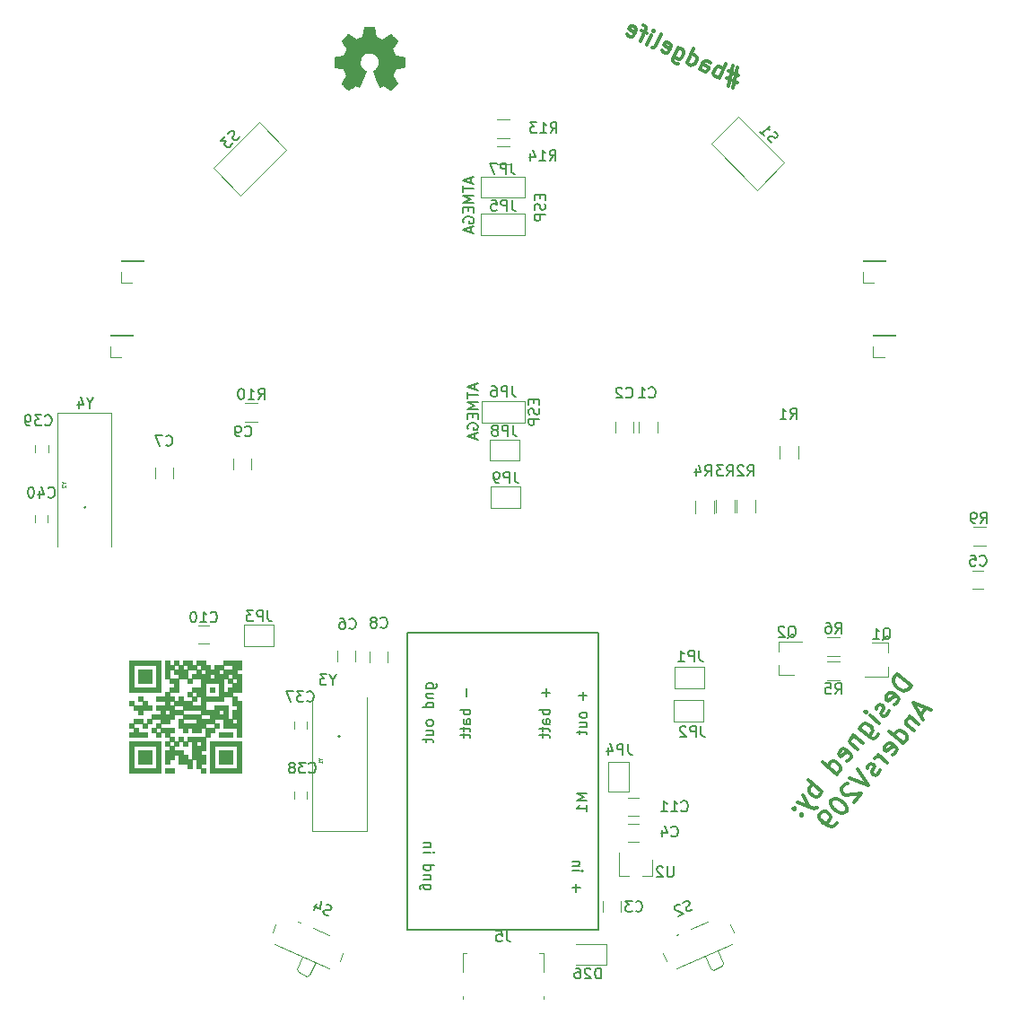
<source format=gbo>
G04 #@! TF.GenerationSoftware,KiCad,Pcbnew,(5.0.0)*
G04 #@! TF.CreationDate,2018-09-11T12:34:07+02:00*
G04 #@! TF.ProjectId,hal9k-badge,68616C396B2D62616467652E6B696361,rev?*
G04 #@! TF.SameCoordinates,PX5f5e100PY8f0d180*
G04 #@! TF.FileFunction,Legend,Bot*
G04 #@! TF.FilePolarity,Positive*
%FSLAX46Y46*%
G04 Gerber Fmt 4.6, Leading zero omitted, Abs format (unit mm)*
G04 Created by KiCad (PCBNEW (5.0.0)) date 09/11/18 12:34:07*
%MOMM*%
%LPD*%
G01*
G04 APERTURE LIST*
%ADD10C,0.300000*%
%ADD11C,0.010000*%
%ADD12C,0.120000*%
%ADD13C,0.150000*%
%ADD14C,0.200000*%
%ADD15C,0.050000*%
G04 APERTURE END LIST*
D10*
X72250006Y87506539D02*
X71278962Y87959345D01*
X72133272Y88270288D02*
X71706640Y86341286D01*
X71136752Y87316344D02*
X72107796Y86863539D01*
X71253486Y86552596D02*
X71680118Y88481597D01*
X70403190Y87264346D02*
X71037118Y88623808D01*
X70795621Y88105917D02*
X70696336Y88231028D01*
X70437391Y88351776D01*
X70277731Y88347414D01*
X70182808Y88312864D01*
X70057698Y88213579D01*
X69876576Y87825161D01*
X69880938Y87665502D01*
X69915487Y87570578D01*
X70014773Y87445468D01*
X70273718Y87324720D01*
X70433377Y87329082D01*
X68590575Y88109582D02*
X68922632Y88821681D01*
X69047742Y88920967D01*
X69207402Y88925329D01*
X69466347Y88804581D01*
X69565632Y88679471D01*
X68620762Y88174319D02*
X68720047Y88049208D01*
X69043729Y87898273D01*
X69203388Y87902635D01*
X69328498Y88001921D01*
X69388872Y88131394D01*
X69384510Y88291053D01*
X69285225Y88416163D01*
X68961543Y88567099D01*
X68862258Y88692209D01*
X67360586Y88683136D02*
X67994513Y90042597D01*
X67390773Y88747872D02*
X67490058Y88622762D01*
X67749003Y88502014D01*
X67908663Y88506376D01*
X68003586Y88540925D01*
X68128696Y88640211D01*
X68309818Y89028628D01*
X68305456Y89188288D01*
X68270907Y89283211D01*
X68171621Y89408321D01*
X67912676Y89529069D01*
X67753017Y89524707D01*
X66553215Y90162997D02*
X66040035Y89062480D01*
X66044398Y88902821D01*
X66078947Y88807897D01*
X66178232Y88682787D01*
X66372441Y88592226D01*
X66532101Y88596588D01*
X66160783Y89321425D02*
X66260069Y89196315D01*
X66519014Y89075567D01*
X66678674Y89079929D01*
X66773597Y89114478D01*
X66898707Y89213764D01*
X67079829Y89602182D01*
X67075467Y89761841D01*
X67040918Y89856764D01*
X66941632Y89981875D01*
X66682687Y90102623D01*
X66523028Y90098261D01*
X64995531Y89864792D02*
X65094816Y89739681D01*
X65353761Y89618933D01*
X65513421Y89623296D01*
X65638531Y89722581D01*
X65880027Y90240471D01*
X65875665Y90400131D01*
X65776379Y90525241D01*
X65517434Y90645989D01*
X65357775Y90641627D01*
X65232664Y90542341D01*
X65172290Y90412869D01*
X65759279Y89981526D01*
X64123772Y90192487D02*
X64283432Y90196849D01*
X64408542Y90296134D01*
X64951908Y91461387D01*
X63605882Y90433983D02*
X64028500Y91340291D01*
X64239809Y91793445D02*
X64274358Y91698521D01*
X64179435Y91663972D01*
X64144886Y91758895D01*
X64239809Y91793445D01*
X64179435Y91663972D01*
X63575346Y91551600D02*
X63057456Y91793096D01*
X62958519Y90735853D02*
X63501885Y91901106D01*
X63497523Y92060765D01*
X63398238Y92185876D01*
X63268765Y92246250D01*
X61693981Y91404330D02*
X61793266Y91279219D01*
X62052211Y91158471D01*
X62211871Y91162834D01*
X62336981Y91262119D01*
X62578477Y91780009D01*
X62574115Y91939669D01*
X62474830Y92064779D01*
X62215885Y92185527D01*
X62056225Y92181165D01*
X61931115Y92081879D01*
X61870741Y91952407D01*
X62457729Y91521064D01*
X88528412Y29959560D02*
X87187834Y31084438D01*
X86920006Y30765253D01*
X86823146Y30520176D01*
X86843689Y30285371D01*
X86917798Y30114402D01*
X87119580Y29836303D01*
X87311091Y29675606D01*
X87620005Y29525180D01*
X87801245Y29481886D01*
X88036050Y29502429D01*
X88260584Y29640374D01*
X88528412Y29959560D01*
X86911172Y28161851D02*
X87082140Y28235960D01*
X87296403Y28491308D01*
X87339697Y28672547D01*
X87265588Y28843516D01*
X86754892Y29272041D01*
X86573652Y29315335D01*
X86402684Y29241227D01*
X86188422Y28985878D01*
X86145127Y28804639D01*
X86219236Y28633670D01*
X86346910Y28526539D01*
X87010240Y29057778D01*
X86429081Y27587318D02*
X86385787Y27406078D01*
X86171524Y27150730D01*
X86000556Y27076621D01*
X85819316Y27119916D01*
X85755479Y27173481D01*
X85681371Y27344450D01*
X85724665Y27525689D01*
X85885362Y27717200D01*
X85928656Y27898440D01*
X85854548Y28069408D01*
X85790711Y28122974D01*
X85609471Y28166268D01*
X85438503Y28092160D01*
X85277806Y27900649D01*
X85234512Y27719409D01*
X85528737Y26384685D02*
X84635018Y27134604D01*
X84188159Y27509564D02*
X84305562Y27519835D01*
X84315833Y27402433D01*
X84198430Y27392161D01*
X84188159Y27509564D01*
X84315833Y27402433D01*
X83617271Y25921701D02*
X84702501Y25011085D01*
X84883740Y24967791D01*
X85001143Y24978062D01*
X85172111Y25052170D01*
X85332808Y25243682D01*
X85376103Y25424921D01*
X84447153Y25225347D02*
X84618121Y25299456D01*
X84832383Y25554804D01*
X84875678Y25736044D01*
X84865406Y25853446D01*
X84791298Y26024415D01*
X84408276Y26345808D01*
X84227036Y26389103D01*
X84109633Y26378831D01*
X83938665Y26304723D01*
X83724402Y26049375D01*
X83681108Y25868135D01*
X83081615Y25283330D02*
X83975333Y24533411D01*
X83209289Y25176199D02*
X83091886Y25165928D01*
X82920918Y25091819D01*
X82760221Y24900308D01*
X82716927Y24719068D01*
X82791035Y24548100D01*
X83493243Y23958878D01*
X82465224Y22863377D02*
X82636192Y22937485D01*
X82850455Y23192834D01*
X82893749Y23374073D01*
X82819641Y23545042D01*
X82308945Y23973567D01*
X82127705Y24016861D01*
X81956736Y23942752D01*
X81742474Y23687404D01*
X81699180Y23506165D01*
X81773288Y23335196D01*
X81900962Y23228065D01*
X82564293Y23759304D01*
X81511314Y21596908D02*
X80170736Y22721786D01*
X81447477Y21650473D02*
X81618445Y21724582D01*
X81832708Y21979930D01*
X81876002Y22161170D01*
X81865731Y22278572D01*
X81791622Y22449541D01*
X81408600Y22770934D01*
X81227360Y22814229D01*
X81109958Y22803957D01*
X80938989Y22729849D01*
X80724727Y22474501D01*
X80681433Y22293261D01*
X80118608Y19937145D02*
X78778030Y21062023D01*
X79288726Y20633498D02*
X79117758Y20559390D01*
X78903495Y20304041D01*
X78860201Y20122802D01*
X78870473Y20005399D01*
X78944581Y19834431D01*
X79327603Y19513037D01*
X79508843Y19469743D01*
X79626246Y19480014D01*
X79797214Y19554123D01*
X80011476Y19809471D01*
X80054771Y19990710D01*
X78314273Y19601834D02*
X78940164Y18532730D01*
X77778617Y18963464D02*
X78940164Y18532730D01*
X79366480Y18392576D01*
X79483883Y18402847D01*
X79654851Y18476956D01*
X78116136Y17809980D02*
X78126408Y17692577D01*
X78243810Y17702848D01*
X78233539Y17820251D01*
X78116136Y17809980D01*
X78243810Y17702848D01*
X77413929Y18399202D02*
X77424200Y18281799D01*
X77541603Y18292070D01*
X77531332Y18409473D01*
X77413929Y18399202D01*
X77541603Y18292070D01*
X89903979Y27826266D02*
X89368323Y27187896D01*
X90394133Y27632546D02*
X88678596Y28310565D01*
X89644214Y26738828D01*
X88375536Y27041887D02*
X89269254Y26291968D01*
X88503210Y26934756D02*
X88385807Y26924485D01*
X88214839Y26850376D01*
X88054142Y26658865D01*
X88010848Y26477625D01*
X88084956Y26306657D01*
X88787164Y25717435D01*
X87769417Y24504531D02*
X86428839Y25629410D01*
X87705580Y24558097D02*
X87876548Y24632206D01*
X88090811Y24887554D01*
X88134105Y25068793D01*
X88123833Y25186196D01*
X88049725Y25357164D01*
X87666703Y25678558D01*
X87485463Y25721852D01*
X87368060Y25711581D01*
X87197092Y25637473D01*
X86982829Y25382124D01*
X86939535Y25200885D01*
X86741398Y23409030D02*
X86912367Y23483139D01*
X87126629Y23738487D01*
X87169923Y23919727D01*
X87095815Y24090695D01*
X86585119Y24519220D01*
X86403879Y24562514D01*
X86232911Y24488406D01*
X86018648Y24233058D01*
X85975354Y24051818D01*
X86049462Y23880850D01*
X86177136Y23773718D01*
X86840467Y24304958D01*
X86269579Y22717094D02*
X85375860Y23467013D01*
X85631209Y23252751D02*
X85449969Y23296045D01*
X85332566Y23285774D01*
X85161598Y23211665D01*
X85054467Y23083991D01*
X85562954Y22004616D02*
X85519660Y21823376D01*
X85305398Y21568028D01*
X85134429Y21493919D01*
X84953190Y21537214D01*
X84889352Y21590779D01*
X84815244Y21761747D01*
X84858538Y21942987D01*
X85019235Y22134498D01*
X85062529Y22315738D01*
X84988421Y22486706D01*
X84924584Y22540272D01*
X84743344Y22583566D01*
X84572376Y22509458D01*
X84411679Y22317947D01*
X84368385Y22136707D01*
X83482729Y22118373D02*
X84448347Y20546635D01*
X82732810Y21224654D01*
X82539090Y20734501D02*
X82421688Y20724229D01*
X82250719Y20650121D01*
X81982891Y20330936D01*
X81939597Y20149696D01*
X81949868Y20032293D01*
X82023977Y19861325D01*
X82151651Y19754194D01*
X82396728Y19657334D01*
X83805560Y19780591D01*
X83109207Y18950709D01*
X81072276Y19245706D02*
X80965144Y19118032D01*
X80921850Y18936792D01*
X80932121Y18819390D01*
X81006230Y18648421D01*
X81208012Y18370322D01*
X81527198Y18102494D01*
X81836111Y17952068D01*
X82017351Y17908774D01*
X82134754Y17919045D01*
X82305722Y17993154D01*
X82412853Y18120828D01*
X82456148Y18302067D01*
X82445876Y18419470D01*
X82371768Y18590438D01*
X82169985Y18868538D01*
X81850800Y19136366D01*
X81541886Y19286792D01*
X81360647Y19330086D01*
X81243244Y19319815D01*
X81072276Y19245706D01*
X81502238Y17035598D02*
X81287975Y16780250D01*
X81117007Y16706142D01*
X80999604Y16695870D01*
X80700962Y16728893D01*
X80392048Y16879318D01*
X79881352Y17307844D01*
X79807243Y17478812D01*
X79796972Y17596215D01*
X79840266Y17777454D01*
X80054528Y18032802D01*
X80225497Y18106911D01*
X80342899Y18117182D01*
X80524139Y18073888D01*
X80843324Y17806060D01*
X80917433Y17635092D01*
X80927704Y17517689D01*
X80884410Y17336449D01*
X80670147Y17081101D01*
X80499179Y17006993D01*
X80381776Y16996721D01*
X80200537Y17040015D01*
D11*
G04 #@! TO.C,*
G36*
X17671667Y32291667D02*
X14708333Y32291667D01*
X14708333Y29751667D01*
X15131667Y29751667D01*
X15131667Y31868333D01*
X17248333Y31868333D01*
X17248333Y29751667D01*
X15131667Y29751667D01*
X14708333Y29751667D01*
X14708333Y29328333D01*
X17671667Y29328333D01*
X17671667Y32291667D01*
X17671667Y32291667D01*
G37*
X17671667Y32291667D02*
X14708333Y32291667D01*
X14708333Y29751667D01*
X15131667Y29751667D01*
X15131667Y31868333D01*
X17248333Y31868333D01*
X17248333Y29751667D01*
X15131667Y29751667D01*
X14708333Y29751667D01*
X14708333Y29328333D01*
X17671667Y29328333D01*
X17671667Y32291667D01*
G36*
X16401667Y26788333D02*
X16401667Y26365000D01*
X16825000Y26365000D01*
X16825000Y26788333D01*
X16401667Y26788333D01*
X16401667Y26788333D01*
G37*
X16401667Y26788333D02*
X16401667Y26365000D01*
X16825000Y26365000D01*
X16825000Y26788333D01*
X16401667Y26788333D01*
G36*
X15978333Y25941667D02*
X16401667Y25941667D01*
X16401667Y26365000D01*
X15978333Y26365000D01*
X15978333Y25941667D01*
X15978333Y25941667D01*
G37*
X15978333Y25941667D02*
X16401667Y25941667D01*
X16401667Y26365000D01*
X15978333Y26365000D01*
X15978333Y25941667D01*
G36*
X21481667Y21708333D02*
X21905000Y21708333D01*
X21905000Y22131667D01*
X21481667Y22131667D01*
X21481667Y21708333D01*
X21481667Y21708333D01*
G37*
X21481667Y21708333D02*
X21905000Y21708333D01*
X21905000Y22131667D01*
X21481667Y22131667D01*
X21481667Y21708333D01*
G36*
X17671667Y26788333D02*
X17671667Y26365000D01*
X18518333Y26365000D01*
X18518333Y26788333D01*
X18941667Y26788333D01*
X18941667Y27211667D01*
X19788333Y27211667D01*
X19788333Y27635000D01*
X21481667Y27635000D01*
X21905000Y27635000D01*
X21905000Y28481667D01*
X23598333Y28481667D01*
X23598333Y28905000D01*
X24445000Y28905000D01*
X24445000Y28058333D01*
X24868333Y28058333D01*
X24868333Y27635000D01*
X24445000Y27635000D01*
X24445000Y26788333D01*
X24021667Y26788333D01*
X24021667Y28058333D01*
X22751667Y28058333D01*
X22751667Y27635000D01*
X21905000Y27635000D01*
X21481667Y27635000D01*
X21481667Y27211667D01*
X19788333Y27211667D01*
X19788333Y26788333D01*
X19365000Y26788333D01*
X19365000Y26365000D01*
X19788333Y26365000D01*
X19788333Y26788333D01*
X21058333Y26788333D01*
X21481667Y26788333D01*
X21481667Y27211667D01*
X22328333Y27211667D01*
X23175000Y27211667D01*
X23175000Y27635000D01*
X23598333Y27635000D01*
X23598333Y27211667D01*
X23175000Y27211667D01*
X22328333Y27211667D01*
X22328333Y26788333D01*
X21481667Y26788333D01*
X21058333Y26788333D01*
X21058333Y26365000D01*
X21905000Y26365000D01*
X22751667Y26365000D01*
X22751667Y25941667D01*
X21905000Y25941667D01*
X21905000Y26365000D01*
X21058333Y26365000D01*
X19788333Y26365000D01*
X19365000Y26365000D01*
X19365000Y25941667D01*
X19788333Y25941667D01*
X19788333Y25518333D01*
X20211667Y25518333D01*
X20211667Y25941667D01*
X20635000Y25941667D01*
X20635000Y25518333D01*
X21481667Y25518333D01*
X21481667Y25941667D01*
X21905000Y25941667D01*
X21905000Y25095000D01*
X20211667Y25095000D01*
X20211667Y24671667D01*
X20635000Y24671667D01*
X20635000Y24248333D01*
X21058333Y24248333D01*
X21058333Y24671667D01*
X21481667Y24671667D01*
X21481667Y24248333D01*
X21058333Y24248333D01*
X20635000Y24248333D01*
X20635000Y22978333D01*
X20211667Y22978333D01*
X20211667Y23401667D01*
X19788333Y23401667D01*
X19788333Y23825000D01*
X18941667Y23825000D01*
X18941667Y24248333D01*
X18518333Y24248333D01*
X18518333Y24671667D01*
X18941667Y24671667D01*
X18941667Y25095000D01*
X18518333Y25095000D01*
X18518333Y25518333D01*
X18941667Y25518333D01*
X18941667Y25941667D01*
X17671667Y25941667D01*
X17671667Y26365000D01*
X17248333Y26365000D01*
X17248333Y25941667D01*
X16825000Y25941667D01*
X16825000Y25518333D01*
X17248333Y25518333D01*
X17248333Y25941667D01*
X17671667Y25941667D01*
X17671667Y25518333D01*
X17248333Y25518333D01*
X17248333Y25095000D01*
X17671667Y25095000D01*
X17671667Y25518333D01*
X18095000Y25518333D01*
X18095000Y25095000D01*
X18518333Y25095000D01*
X18518333Y24671667D01*
X18095000Y24671667D01*
X18095000Y24248333D01*
X18518333Y24248333D01*
X18518333Y23825000D01*
X18095000Y23825000D01*
X18095000Y22555000D01*
X18518333Y22555000D01*
X18518333Y22978333D01*
X18941667Y22978333D01*
X18941667Y23401667D01*
X19365000Y23401667D01*
X19365000Y22555000D01*
X20211667Y22555000D01*
X20211667Y22131667D01*
X20635000Y22131667D01*
X20635000Y22978333D01*
X21058333Y22978333D01*
X21058333Y22131667D01*
X21481667Y22131667D01*
X21481667Y22555000D01*
X21905000Y22555000D01*
X21905000Y23401667D01*
X21481667Y23401667D01*
X21481667Y23825000D01*
X21905000Y23825000D01*
X21905000Y25095000D01*
X22328333Y25095000D01*
X22328333Y25518333D01*
X22751667Y25518333D01*
X22751667Y25941667D01*
X23175000Y25941667D01*
X23175000Y26365000D01*
X22751667Y26365000D01*
X22751667Y26788333D01*
X23598333Y26788333D01*
X23598333Y26365000D01*
X24445000Y26365000D01*
X24445000Y26788333D01*
X24868333Y26788333D01*
X24868333Y26365000D01*
X24445000Y26365000D01*
X23598333Y26365000D01*
X23598333Y25941667D01*
X24868333Y25941667D01*
X24868333Y25095000D01*
X25291667Y25095000D01*
X25291667Y28481667D01*
X24868333Y28481667D01*
X24868333Y28905000D01*
X24445000Y28905000D01*
X24445000Y29328333D01*
X25291667Y29328333D01*
X25291667Y31021667D01*
X24868333Y31021667D01*
X24868333Y31445000D01*
X25291667Y31445000D01*
X25291667Y32291667D01*
X23598333Y32291667D01*
X23598333Y31868333D01*
X24445000Y31868333D01*
X24445000Y31445000D01*
X23598333Y31445000D01*
X23598333Y31868333D01*
X22751667Y31868333D01*
X22751667Y31445000D01*
X22328333Y31445000D01*
X22328333Y31868333D01*
X21905000Y31868333D01*
X21905000Y32291667D01*
X21058333Y32291667D01*
X21058333Y31868333D01*
X20635000Y31868333D01*
X20635000Y32291667D01*
X19788333Y32291667D01*
X19788333Y31868333D01*
X19365000Y31868333D01*
X19365000Y32291667D01*
X18941667Y32291667D01*
X18941667Y31868333D01*
X19365000Y31868333D01*
X19365000Y31445000D01*
X19788333Y31445000D01*
X19788333Y31868333D01*
X20211667Y31868333D01*
X20211667Y31445000D01*
X19788333Y31445000D01*
X19365000Y31445000D01*
X18941667Y31445000D01*
X18941667Y31868333D01*
X18518333Y31868333D01*
X18518333Y32291667D01*
X18095000Y32291667D01*
X18095000Y30598333D01*
X18518333Y30598333D01*
X18518333Y31445000D01*
X18941667Y31445000D01*
X18941667Y31021667D01*
X19365000Y31021667D01*
X19365000Y30598333D01*
X18518333Y30598333D01*
X18518333Y30175000D01*
X18941667Y30175000D01*
X18941667Y29751667D01*
X18518333Y29751667D01*
X18518333Y29328333D01*
X18095000Y29328333D01*
X18095000Y28905000D01*
X18518333Y28905000D01*
X18518333Y29328333D01*
X19365000Y29328333D01*
X19365000Y30598333D01*
X20211667Y30598333D01*
X20211667Y31445000D01*
X21058333Y31445000D01*
X21058333Y31868333D01*
X21481667Y31868333D01*
X21481667Y31445000D01*
X21058333Y31445000D01*
X21058333Y31021667D01*
X21481667Y31021667D01*
X21481667Y31445000D01*
X21905000Y31445000D01*
X21905000Y31021667D01*
X21481667Y31021667D01*
X21058333Y31021667D01*
X20635000Y31021667D01*
X20635000Y30598333D01*
X21481667Y30598333D01*
X22328333Y30598333D01*
X22328333Y31021667D01*
X22751667Y31021667D01*
X23175000Y31021667D01*
X23175000Y31445000D01*
X23598333Y31445000D01*
X23598333Y31021667D01*
X23175000Y31021667D01*
X22751667Y31021667D01*
X22751667Y30598333D01*
X22328333Y30598333D01*
X21481667Y30598333D01*
X21481667Y29751667D01*
X20635000Y29751667D01*
X20635000Y29328333D01*
X21058333Y29328333D01*
X21058333Y28905000D01*
X21481667Y28905000D01*
X21905000Y28905000D01*
X21905000Y30175000D01*
X23175000Y30175000D01*
X23175000Y29328333D01*
X23598333Y29328333D01*
X23598333Y30598333D01*
X24021667Y30598333D01*
X24021667Y31021667D01*
X24445000Y31021667D01*
X24445000Y30598333D01*
X24868333Y30598333D01*
X24868333Y30175000D01*
X24445000Y30175000D01*
X24445000Y29751667D01*
X24021667Y29751667D01*
X24021667Y29328333D01*
X23598333Y29328333D01*
X23175000Y29328333D01*
X23175000Y28905000D01*
X21905000Y28905000D01*
X21481667Y28905000D01*
X21481667Y28058333D01*
X20635000Y28058333D01*
X20635000Y28481667D01*
X19788333Y28481667D01*
X19788333Y28905000D01*
X19365000Y28905000D01*
X19365000Y28481667D01*
X18941667Y28481667D01*
X18941667Y28905000D01*
X18518333Y28905000D01*
X18095000Y28905000D01*
X17248333Y28905000D01*
X17248333Y28481667D01*
X18095000Y28481667D01*
X18095000Y28058333D01*
X18518333Y28058333D01*
X18518333Y28481667D01*
X18941667Y28481667D01*
X18941667Y28058333D01*
X18518333Y28058333D01*
X18095000Y28058333D01*
X17248333Y28058333D01*
X17248333Y27635000D01*
X17671667Y27635000D01*
X17671667Y27211667D01*
X18095000Y27211667D01*
X18095000Y27635000D01*
X18518333Y27635000D01*
X18941667Y27635000D01*
X18941667Y28058333D01*
X19788333Y28058333D01*
X19788333Y27635000D01*
X18941667Y27635000D01*
X18518333Y27635000D01*
X18518333Y27211667D01*
X18095000Y27211667D01*
X17671667Y27211667D01*
X16825000Y27211667D01*
X16825000Y26788333D01*
X17671667Y26788333D01*
X17671667Y26788333D01*
G37*
X17671667Y26788333D02*
X17671667Y26365000D01*
X18518333Y26365000D01*
X18518333Y26788333D01*
X18941667Y26788333D01*
X18941667Y27211667D01*
X19788333Y27211667D01*
X19788333Y27635000D01*
X21481667Y27635000D01*
X21905000Y27635000D01*
X21905000Y28481667D01*
X23598333Y28481667D01*
X23598333Y28905000D01*
X24445000Y28905000D01*
X24445000Y28058333D01*
X24868333Y28058333D01*
X24868333Y27635000D01*
X24445000Y27635000D01*
X24445000Y26788333D01*
X24021667Y26788333D01*
X24021667Y28058333D01*
X22751667Y28058333D01*
X22751667Y27635000D01*
X21905000Y27635000D01*
X21481667Y27635000D01*
X21481667Y27211667D01*
X19788333Y27211667D01*
X19788333Y26788333D01*
X19365000Y26788333D01*
X19365000Y26365000D01*
X19788333Y26365000D01*
X19788333Y26788333D01*
X21058333Y26788333D01*
X21481667Y26788333D01*
X21481667Y27211667D01*
X22328333Y27211667D01*
X23175000Y27211667D01*
X23175000Y27635000D01*
X23598333Y27635000D01*
X23598333Y27211667D01*
X23175000Y27211667D01*
X22328333Y27211667D01*
X22328333Y26788333D01*
X21481667Y26788333D01*
X21058333Y26788333D01*
X21058333Y26365000D01*
X21905000Y26365000D01*
X22751667Y26365000D01*
X22751667Y25941667D01*
X21905000Y25941667D01*
X21905000Y26365000D01*
X21058333Y26365000D01*
X19788333Y26365000D01*
X19365000Y26365000D01*
X19365000Y25941667D01*
X19788333Y25941667D01*
X19788333Y25518333D01*
X20211667Y25518333D01*
X20211667Y25941667D01*
X20635000Y25941667D01*
X20635000Y25518333D01*
X21481667Y25518333D01*
X21481667Y25941667D01*
X21905000Y25941667D01*
X21905000Y25095000D01*
X20211667Y25095000D01*
X20211667Y24671667D01*
X20635000Y24671667D01*
X20635000Y24248333D01*
X21058333Y24248333D01*
X21058333Y24671667D01*
X21481667Y24671667D01*
X21481667Y24248333D01*
X21058333Y24248333D01*
X20635000Y24248333D01*
X20635000Y22978333D01*
X20211667Y22978333D01*
X20211667Y23401667D01*
X19788333Y23401667D01*
X19788333Y23825000D01*
X18941667Y23825000D01*
X18941667Y24248333D01*
X18518333Y24248333D01*
X18518333Y24671667D01*
X18941667Y24671667D01*
X18941667Y25095000D01*
X18518333Y25095000D01*
X18518333Y25518333D01*
X18941667Y25518333D01*
X18941667Y25941667D01*
X17671667Y25941667D01*
X17671667Y26365000D01*
X17248333Y26365000D01*
X17248333Y25941667D01*
X16825000Y25941667D01*
X16825000Y25518333D01*
X17248333Y25518333D01*
X17248333Y25941667D01*
X17671667Y25941667D01*
X17671667Y25518333D01*
X17248333Y25518333D01*
X17248333Y25095000D01*
X17671667Y25095000D01*
X17671667Y25518333D01*
X18095000Y25518333D01*
X18095000Y25095000D01*
X18518333Y25095000D01*
X18518333Y24671667D01*
X18095000Y24671667D01*
X18095000Y24248333D01*
X18518333Y24248333D01*
X18518333Y23825000D01*
X18095000Y23825000D01*
X18095000Y22555000D01*
X18518333Y22555000D01*
X18518333Y22978333D01*
X18941667Y22978333D01*
X18941667Y23401667D01*
X19365000Y23401667D01*
X19365000Y22555000D01*
X20211667Y22555000D01*
X20211667Y22131667D01*
X20635000Y22131667D01*
X20635000Y22978333D01*
X21058333Y22978333D01*
X21058333Y22131667D01*
X21481667Y22131667D01*
X21481667Y22555000D01*
X21905000Y22555000D01*
X21905000Y23401667D01*
X21481667Y23401667D01*
X21481667Y23825000D01*
X21905000Y23825000D01*
X21905000Y25095000D01*
X22328333Y25095000D01*
X22328333Y25518333D01*
X22751667Y25518333D01*
X22751667Y25941667D01*
X23175000Y25941667D01*
X23175000Y26365000D01*
X22751667Y26365000D01*
X22751667Y26788333D01*
X23598333Y26788333D01*
X23598333Y26365000D01*
X24445000Y26365000D01*
X24445000Y26788333D01*
X24868333Y26788333D01*
X24868333Y26365000D01*
X24445000Y26365000D01*
X23598333Y26365000D01*
X23598333Y25941667D01*
X24868333Y25941667D01*
X24868333Y25095000D01*
X25291667Y25095000D01*
X25291667Y28481667D01*
X24868333Y28481667D01*
X24868333Y28905000D01*
X24445000Y28905000D01*
X24445000Y29328333D01*
X25291667Y29328333D01*
X25291667Y31021667D01*
X24868333Y31021667D01*
X24868333Y31445000D01*
X25291667Y31445000D01*
X25291667Y32291667D01*
X23598333Y32291667D01*
X23598333Y31868333D01*
X24445000Y31868333D01*
X24445000Y31445000D01*
X23598333Y31445000D01*
X23598333Y31868333D01*
X22751667Y31868333D01*
X22751667Y31445000D01*
X22328333Y31445000D01*
X22328333Y31868333D01*
X21905000Y31868333D01*
X21905000Y32291667D01*
X21058333Y32291667D01*
X21058333Y31868333D01*
X20635000Y31868333D01*
X20635000Y32291667D01*
X19788333Y32291667D01*
X19788333Y31868333D01*
X19365000Y31868333D01*
X19365000Y32291667D01*
X18941667Y32291667D01*
X18941667Y31868333D01*
X19365000Y31868333D01*
X19365000Y31445000D01*
X19788333Y31445000D01*
X19788333Y31868333D01*
X20211667Y31868333D01*
X20211667Y31445000D01*
X19788333Y31445000D01*
X19365000Y31445000D01*
X18941667Y31445000D01*
X18941667Y31868333D01*
X18518333Y31868333D01*
X18518333Y32291667D01*
X18095000Y32291667D01*
X18095000Y30598333D01*
X18518333Y30598333D01*
X18518333Y31445000D01*
X18941667Y31445000D01*
X18941667Y31021667D01*
X19365000Y31021667D01*
X19365000Y30598333D01*
X18518333Y30598333D01*
X18518333Y30175000D01*
X18941667Y30175000D01*
X18941667Y29751667D01*
X18518333Y29751667D01*
X18518333Y29328333D01*
X18095000Y29328333D01*
X18095000Y28905000D01*
X18518333Y28905000D01*
X18518333Y29328333D01*
X19365000Y29328333D01*
X19365000Y30598333D01*
X20211667Y30598333D01*
X20211667Y31445000D01*
X21058333Y31445000D01*
X21058333Y31868333D01*
X21481667Y31868333D01*
X21481667Y31445000D01*
X21058333Y31445000D01*
X21058333Y31021667D01*
X21481667Y31021667D01*
X21481667Y31445000D01*
X21905000Y31445000D01*
X21905000Y31021667D01*
X21481667Y31021667D01*
X21058333Y31021667D01*
X20635000Y31021667D01*
X20635000Y30598333D01*
X21481667Y30598333D01*
X22328333Y30598333D01*
X22328333Y31021667D01*
X22751667Y31021667D01*
X23175000Y31021667D01*
X23175000Y31445000D01*
X23598333Y31445000D01*
X23598333Y31021667D01*
X23175000Y31021667D01*
X22751667Y31021667D01*
X22751667Y30598333D01*
X22328333Y30598333D01*
X21481667Y30598333D01*
X21481667Y29751667D01*
X20635000Y29751667D01*
X20635000Y29328333D01*
X21058333Y29328333D01*
X21058333Y28905000D01*
X21481667Y28905000D01*
X21905000Y28905000D01*
X21905000Y30175000D01*
X23175000Y30175000D01*
X23175000Y29328333D01*
X23598333Y29328333D01*
X23598333Y30598333D01*
X24021667Y30598333D01*
X24021667Y31021667D01*
X24445000Y31021667D01*
X24445000Y30598333D01*
X24868333Y30598333D01*
X24868333Y30175000D01*
X24445000Y30175000D01*
X24445000Y29751667D01*
X24021667Y29751667D01*
X24021667Y29328333D01*
X23598333Y29328333D01*
X23175000Y29328333D01*
X23175000Y28905000D01*
X21905000Y28905000D01*
X21481667Y28905000D01*
X21481667Y28058333D01*
X20635000Y28058333D01*
X20635000Y28481667D01*
X19788333Y28481667D01*
X19788333Y28905000D01*
X19365000Y28905000D01*
X19365000Y28481667D01*
X18941667Y28481667D01*
X18941667Y28905000D01*
X18518333Y28905000D01*
X18095000Y28905000D01*
X17248333Y28905000D01*
X17248333Y28481667D01*
X18095000Y28481667D01*
X18095000Y28058333D01*
X18518333Y28058333D01*
X18518333Y28481667D01*
X18941667Y28481667D01*
X18941667Y28058333D01*
X18518333Y28058333D01*
X18095000Y28058333D01*
X17248333Y28058333D01*
X17248333Y27635000D01*
X17671667Y27635000D01*
X17671667Y27211667D01*
X18095000Y27211667D01*
X18095000Y27635000D01*
X18518333Y27635000D01*
X18941667Y27635000D01*
X18941667Y28058333D01*
X19788333Y28058333D01*
X19788333Y27635000D01*
X18941667Y27635000D01*
X18518333Y27635000D01*
X18518333Y27211667D01*
X18095000Y27211667D01*
X17671667Y27211667D01*
X16825000Y27211667D01*
X16825000Y26788333D01*
X17671667Y26788333D01*
G36*
X15131667Y25518333D02*
X14708333Y25518333D01*
X14708333Y25095000D01*
X16401667Y25095000D01*
X16401667Y25518333D01*
X15555000Y25518333D01*
X15555000Y25941667D01*
X15131667Y25941667D01*
X15131667Y25518333D01*
X15131667Y25518333D01*
G37*
X15131667Y25518333D02*
X14708333Y25518333D01*
X14708333Y25095000D01*
X16401667Y25095000D01*
X16401667Y25518333D01*
X15555000Y25518333D01*
X15555000Y25941667D01*
X15131667Y25941667D01*
X15131667Y25518333D01*
G36*
X14708333Y26365000D02*
X14708333Y25941667D01*
X15131667Y25941667D01*
X15131667Y26365000D01*
X14708333Y26365000D01*
X14708333Y26365000D01*
G37*
X14708333Y26365000D02*
X14708333Y25941667D01*
X15131667Y25941667D01*
X15131667Y26365000D01*
X14708333Y26365000D01*
G36*
X15978333Y26788333D02*
X15131667Y26788333D01*
X15131667Y26365000D01*
X15978333Y26365000D01*
X15978333Y26788333D01*
X15978333Y26788333D01*
G37*
X15978333Y26788333D02*
X15131667Y26788333D01*
X15131667Y26365000D01*
X15978333Y26365000D01*
X15978333Y26788333D01*
G36*
X15131667Y28481667D02*
X14708333Y28481667D01*
X14708333Y28058333D01*
X15131667Y28058333D01*
X15131667Y28481667D01*
X15131667Y28481667D01*
G37*
X15131667Y28481667D02*
X14708333Y28481667D01*
X14708333Y28058333D01*
X15131667Y28058333D01*
X15131667Y28481667D01*
G36*
X15978333Y28905000D02*
X15555000Y28905000D01*
X15555000Y28481667D01*
X15978333Y28481667D01*
X15978333Y28905000D01*
X15978333Y28905000D01*
G37*
X15978333Y28905000D02*
X15555000Y28905000D01*
X15555000Y28481667D01*
X15978333Y28481667D01*
X15978333Y28905000D01*
G36*
X15978333Y28058333D02*
X15131667Y28058333D01*
X15131667Y27635000D01*
X15555000Y27635000D01*
X15555000Y27211667D01*
X15978333Y27211667D01*
X15978333Y27635000D01*
X16825000Y27635000D01*
X16825000Y28058333D01*
X16401667Y28058333D01*
X16401667Y28481667D01*
X15978333Y28481667D01*
X15978333Y28058333D01*
X15978333Y28058333D01*
G37*
X15978333Y28058333D02*
X15131667Y28058333D01*
X15131667Y27635000D01*
X15555000Y27635000D01*
X15555000Y27211667D01*
X15978333Y27211667D01*
X15978333Y27635000D01*
X16825000Y27635000D01*
X16825000Y28058333D01*
X16401667Y28058333D01*
X16401667Y28481667D01*
X15978333Y28481667D01*
X15978333Y28058333D01*
G36*
X24445000Y25518333D02*
X23175000Y25518333D01*
X23175000Y25095000D01*
X24445000Y25095000D01*
X24445000Y25518333D01*
X24445000Y25518333D01*
G37*
X24445000Y25518333D02*
X23175000Y25518333D01*
X23175000Y25095000D01*
X24445000Y25095000D01*
X24445000Y25518333D01*
G36*
X17671667Y24671667D02*
X14708333Y24671667D01*
X14708333Y22131667D01*
X15131667Y22131667D01*
X15131667Y24248333D01*
X17248333Y24248333D01*
X17248333Y22131667D01*
X15131667Y22131667D01*
X14708333Y22131667D01*
X14708333Y21708333D01*
X17671667Y21708333D01*
X17671667Y24671667D01*
X17671667Y24671667D01*
G37*
X17671667Y24671667D02*
X14708333Y24671667D01*
X14708333Y22131667D01*
X15131667Y22131667D01*
X15131667Y24248333D01*
X17248333Y24248333D01*
X17248333Y22131667D01*
X15131667Y22131667D01*
X14708333Y22131667D01*
X14708333Y21708333D01*
X17671667Y21708333D01*
X17671667Y24671667D01*
G36*
X25291667Y24671667D02*
X22328333Y24671667D01*
X22328333Y22131667D01*
X22751667Y22131667D01*
X22751667Y24248333D01*
X24868333Y24248333D01*
X24868333Y22131667D01*
X22751667Y22131667D01*
X22328333Y22131667D01*
X22328333Y21708333D01*
X25291667Y21708333D01*
X25291667Y24671667D01*
X25291667Y24671667D01*
G37*
X25291667Y24671667D02*
X22328333Y24671667D01*
X22328333Y22131667D01*
X22751667Y22131667D01*
X22751667Y24248333D01*
X24868333Y24248333D01*
X24868333Y22131667D01*
X22751667Y22131667D01*
X22328333Y22131667D01*
X22328333Y21708333D01*
X25291667Y21708333D01*
X25291667Y24671667D01*
G36*
X18941667Y22131667D02*
X18095000Y22131667D01*
X18095000Y21708333D01*
X18941667Y21708333D01*
X18941667Y22131667D01*
X18941667Y22131667D01*
G37*
X18941667Y22131667D02*
X18095000Y22131667D01*
X18095000Y21708333D01*
X18941667Y21708333D01*
X18941667Y22131667D01*
G36*
X16825000Y31445000D02*
X15555000Y31445000D01*
X15555000Y30175000D01*
X16825000Y30175000D01*
X16825000Y31445000D01*
X16825000Y31445000D01*
G37*
X16825000Y31445000D02*
X15555000Y31445000D01*
X15555000Y30175000D01*
X16825000Y30175000D01*
X16825000Y31445000D01*
G36*
X20635000Y30598333D02*
X20211667Y30598333D01*
X20211667Y30175000D01*
X20635000Y30175000D01*
X20635000Y30598333D01*
X20635000Y30598333D01*
G37*
X20635000Y30598333D02*
X20211667Y30598333D01*
X20211667Y30175000D01*
X20635000Y30175000D01*
X20635000Y30598333D01*
G36*
X20635000Y29328333D02*
X20211667Y29328333D01*
X20211667Y28905000D01*
X20635000Y28905000D01*
X20635000Y29328333D01*
X20635000Y29328333D01*
G37*
X20635000Y29328333D02*
X20211667Y29328333D01*
X20211667Y28905000D01*
X20635000Y28905000D01*
X20635000Y29328333D01*
G36*
X20635000Y28481667D02*
X21058333Y28481667D01*
X21058333Y28905000D01*
X20635000Y28905000D01*
X20635000Y28481667D01*
X20635000Y28481667D01*
G37*
X20635000Y28481667D02*
X21058333Y28481667D01*
X21058333Y28905000D01*
X20635000Y28905000D01*
X20635000Y28481667D01*
G36*
X19788333Y24248333D02*
X20211667Y24248333D01*
X20211667Y24671667D01*
X19788333Y24671667D01*
X19788333Y24248333D01*
X19788333Y24248333D01*
G37*
X19788333Y24248333D02*
X20211667Y24248333D01*
X20211667Y24671667D01*
X19788333Y24671667D01*
X19788333Y24248333D01*
G36*
X18941667Y24671667D02*
X18941667Y24248333D01*
X19365000Y24248333D01*
X19365000Y24671667D01*
X18941667Y24671667D01*
X18941667Y24671667D01*
G37*
X18941667Y24671667D02*
X18941667Y24248333D01*
X19365000Y24248333D01*
X19365000Y24671667D01*
X18941667Y24671667D01*
G36*
X19788333Y25095000D02*
X19365000Y25095000D01*
X19365000Y24671667D01*
X19788333Y24671667D01*
X19788333Y25095000D01*
X19788333Y25095000D01*
G37*
X19788333Y25095000D02*
X19365000Y25095000D01*
X19365000Y24671667D01*
X19788333Y24671667D01*
X19788333Y25095000D01*
G36*
X24445000Y30598333D02*
X24021667Y30598333D01*
X24021667Y30175000D01*
X24445000Y30175000D01*
X24445000Y30598333D01*
X24445000Y30598333D01*
G37*
X24445000Y30598333D02*
X24021667Y30598333D01*
X24021667Y30175000D01*
X24445000Y30175000D01*
X24445000Y30598333D01*
G36*
X22751667Y29751667D02*
X22328333Y29751667D01*
X22328333Y29328333D01*
X22751667Y29328333D01*
X22751667Y29751667D01*
X22751667Y29751667D01*
G37*
X22751667Y29751667D02*
X22328333Y29751667D01*
X22328333Y29328333D01*
X22751667Y29328333D01*
X22751667Y29751667D01*
G36*
X16825000Y23825000D02*
X15555000Y23825000D01*
X15555000Y22555000D01*
X16825000Y22555000D01*
X16825000Y23825000D01*
X16825000Y23825000D01*
G37*
X16825000Y23825000D02*
X15555000Y23825000D01*
X15555000Y22555000D01*
X16825000Y22555000D01*
X16825000Y23825000D01*
G36*
X24445000Y23825000D02*
X23175000Y23825000D01*
X23175000Y22555000D01*
X24445000Y22555000D01*
X24445000Y23825000D01*
X24445000Y23825000D01*
G37*
X24445000Y23825000D02*
X23175000Y23825000D01*
X23175000Y22555000D01*
X24445000Y22555000D01*
X24445000Y23825000D01*
D12*
G04 #@! TO.C,C1*
X62850000Y53840000D02*
X62850000Y54840000D01*
X64550000Y54840000D02*
X64550000Y53840000D01*
G04 #@! TO.C,C2*
X60610000Y53840000D02*
X60610000Y54840000D01*
X62310000Y54840000D02*
X62310000Y53840000D01*
G04 #@! TO.C,C3*
X61150000Y9600000D02*
X61150000Y8600000D01*
X59450000Y8600000D02*
X59450000Y9600000D01*
G04 #@! TO.C,C4*
X62800000Y15250000D02*
X61800000Y15250000D01*
X61800000Y16950000D02*
X62800000Y16950000D01*
G04 #@! TO.C,C5*
X94340000Y40810000D02*
X95340000Y40810000D01*
X95340000Y39110000D02*
X94340000Y39110000D01*
G04 #@! TO.C,C6*
X34390000Y32270000D02*
X34390000Y33270000D01*
X36090000Y33270000D02*
X36090000Y32270000D01*
G04 #@! TO.C,C7*
X17150000Y49500000D02*
X17150000Y50500000D01*
X18850000Y50500000D02*
X18850000Y49500000D01*
G04 #@! TO.C,C8*
X39100000Y33190000D02*
X39100000Y32190000D01*
X37400000Y32190000D02*
X37400000Y33190000D01*
G04 #@! TO.C,C9*
X26250000Y51400000D02*
X26250000Y50400000D01*
X24550000Y50400000D02*
X24550000Y51400000D01*
G04 #@! TO.C,C10*
X21270000Y35670000D02*
X22270000Y35670000D01*
X22270000Y33970000D02*
X21270000Y33970000D01*
G04 #@! TO.C,C11*
X62800000Y17650000D02*
X61800000Y17650000D01*
X61800000Y19350000D02*
X62800000Y19350000D01*
G04 #@! TO.C,C37*
X30300000Y26600000D02*
X30300000Y25900000D01*
X31500000Y25900000D02*
X31500000Y26600000D01*
G04 #@! TO.C,C38*
X30300000Y20000000D02*
X30300000Y19300000D01*
X31500000Y19300000D02*
X31500000Y20000000D01*
G04 #@! TO.C,C39*
X5860000Y52670000D02*
X5860000Y51970000D01*
X7060000Y51970000D02*
X7060000Y52670000D01*
G04 #@! TO.C,C40*
X5850000Y46050000D02*
X5850000Y45350000D01*
X7050000Y45350000D02*
X7050000Y46050000D01*
G04 #@! TO.C,JP1*
X66200000Y29700000D02*
X69000000Y29700000D01*
X69000000Y29700000D02*
X69000000Y31700000D01*
X69000000Y31700000D02*
X66200000Y31700000D01*
X66200000Y31700000D02*
X66200000Y29700000D01*
G04 #@! TO.C,JP2*
X66100000Y28600000D02*
X66100000Y26600000D01*
X68900000Y28600000D02*
X66100000Y28600000D01*
X68900000Y26600000D02*
X68900000Y28600000D01*
X66100000Y26600000D02*
X68900000Y26600000D01*
G04 #@! TO.C,JP3*
X28360000Y33690000D02*
X28360000Y35690000D01*
X25560000Y33690000D02*
X28360000Y33690000D01*
X25560000Y35690000D02*
X25560000Y33690000D01*
X28360000Y35690000D02*
X25560000Y35690000D01*
G04 #@! TO.C,JP4*
X61900000Y20000000D02*
X61900000Y22800000D01*
X61900000Y22800000D02*
X59900000Y22800000D01*
X59900000Y22800000D02*
X59900000Y20000000D01*
X59900000Y20000000D02*
X61900000Y20000000D01*
D13*
G04 #@! TO.C,M1*
X58980000Y6950000D02*
X58980000Y34950000D01*
X58980000Y34950000D02*
X40980000Y34950000D01*
X40980000Y34950000D02*
X40980000Y6950000D01*
X40980000Y6950000D02*
X58980000Y6950000D01*
D12*
G04 #@! TO.C,R1*
X76120000Y52600000D02*
X76120000Y51400000D01*
X77880000Y51400000D02*
X77880000Y52600000D01*
G04 #@! TO.C,R2*
X72080000Y47520000D02*
X72080000Y46320000D01*
X73840000Y46320000D02*
X73840000Y47520000D01*
G04 #@! TO.C,R3*
X71880000Y46300000D02*
X71880000Y47500000D01*
X70120000Y47500000D02*
X70120000Y46300000D01*
G04 #@! TO.C,R4*
X68130000Y47440000D02*
X68130000Y46240000D01*
X69890000Y46240000D02*
X69890000Y47440000D01*
G04 #@! TO.C,R5*
X80580000Y30450000D02*
X81780000Y30450000D01*
X81780000Y32210000D02*
X80580000Y32210000D01*
G04 #@! TO.C,R6*
X80600000Y32780000D02*
X81800000Y32780000D01*
X81800000Y34540000D02*
X80600000Y34540000D01*
G04 #@! TO.C,R9*
X95570000Y44910000D02*
X94370000Y44910000D01*
X94370000Y43150000D02*
X95570000Y43150000D01*
G04 #@! TO.C,R10*
X25660000Y54880000D02*
X26860000Y54880000D01*
X26860000Y56640000D02*
X25660000Y56640000D01*
G04 #@! TO.C,R13*
X49400000Y81620000D02*
X50600000Y81620000D01*
X50600000Y83380000D02*
X49400000Y83380000D01*
G04 #@! TO.C,R14*
X50600000Y80880000D02*
X49400000Y80880000D01*
X49400000Y79120000D02*
X50600000Y79120000D01*
G04 #@! TO.C,U2*
X64080000Y12040000D02*
X64080000Y13500000D01*
X60920000Y12040000D02*
X60920000Y14200000D01*
X60920000Y12040000D02*
X61850000Y12040000D01*
X64080000Y12040000D02*
X63150000Y12040000D01*
D14*
G04 #@! TO.C,Y1*
X34600710Y25160000D02*
G75*
G03X34600710Y25160000I-70710J0D01*
G01*
G04 #@! TO.C,Y2*
X10620710Y46780000D02*
G75*
G03X10620710Y46780000I-70710J0D01*
G01*
D12*
G04 #@! TO.C,D26*
X56900000Y5560000D02*
X59760000Y5560000D01*
X59760000Y5560000D02*
X59760000Y3640000D01*
X59760000Y3640000D02*
X56900000Y3640000D01*
G04 #@! TO.C,J5*
X46190000Y4710000D02*
X46570000Y4710000D01*
X46190000Y660000D02*
X46190000Y400000D01*
X46190000Y4710000D02*
X46190000Y2940000D01*
X53810000Y4710000D02*
X53430000Y4710000D01*
X53810000Y2940000D02*
X53810000Y4710000D01*
X53810000Y400000D02*
X53810000Y660000D01*
G04 #@! TO.C,JP5*
X47950000Y72500000D02*
X52050000Y72500000D01*
X52050000Y72500000D02*
X52050000Y74500000D01*
X52050000Y74500000D02*
X47950000Y74500000D01*
X47950000Y74500000D02*
X47950000Y72500000D01*
G04 #@! TO.C,JP6*
X47960000Y56790000D02*
X47960000Y54790000D01*
X52060000Y56790000D02*
X47960000Y56790000D01*
X52060000Y54790000D02*
X52060000Y56790000D01*
X47960000Y54790000D02*
X52060000Y54790000D01*
G04 #@! TO.C,JP7*
X47950000Y78000000D02*
X47950000Y76000000D01*
X52050000Y78000000D02*
X47950000Y78000000D01*
X52050000Y76000000D02*
X52050000Y78000000D01*
X47950000Y76000000D02*
X52050000Y76000000D01*
G04 #@! TO.C,J1*
X13940000Y70060000D02*
X16060000Y70060000D01*
X13940000Y70000000D02*
X13940000Y70060000D01*
X16060000Y70000000D02*
X16060000Y70060000D01*
X13940000Y70000000D02*
X16060000Y70000000D01*
X13940000Y69000000D02*
X13940000Y67940000D01*
X13940000Y67940000D02*
X15000000Y67940000D01*
G04 #@! TO.C,J2*
X12940000Y60940000D02*
X14000000Y60940000D01*
X12940000Y62000000D02*
X12940000Y60940000D01*
X12940000Y63000000D02*
X15060000Y63000000D01*
X15060000Y63000000D02*
X15060000Y63060000D01*
X12940000Y63000000D02*
X12940000Y63060000D01*
X12940000Y63060000D02*
X15060000Y63060000D01*
G04 #@! TO.C,J3*
X83940000Y70060000D02*
X86060000Y70060000D01*
X83940000Y70000000D02*
X83940000Y70060000D01*
X86060000Y70000000D02*
X86060000Y70060000D01*
X83940000Y70000000D02*
X86060000Y70000000D01*
X83940000Y69000000D02*
X83940000Y67940000D01*
X83940000Y67940000D02*
X85000000Y67940000D01*
G04 #@! TO.C,J4*
X84940000Y60940000D02*
X86000000Y60940000D01*
X84940000Y62000000D02*
X84940000Y60940000D01*
X84940000Y63000000D02*
X87060000Y63000000D01*
X87060000Y63000000D02*
X87060000Y63060000D01*
X84940000Y63000000D02*
X84940000Y63060000D01*
X84940000Y63060000D02*
X87060000Y63060000D01*
G04 #@! TO.C,JP8*
X51520000Y53170000D02*
X48720000Y53170000D01*
X48720000Y53170000D02*
X48720000Y51170000D01*
X48720000Y51170000D02*
X51520000Y51170000D01*
X51520000Y51170000D02*
X51520000Y53170000D01*
G04 #@! TO.C,JP9*
X51660000Y46740000D02*
X51660000Y48740000D01*
X48860000Y46740000D02*
X51660000Y46740000D01*
X48860000Y48740000D02*
X48860000Y46740000D01*
X51660000Y48740000D02*
X48860000Y48740000D01*
G04 #@! TO.C,Y3*
X32030000Y16250000D02*
X32030000Y28850000D01*
X37130000Y16250000D02*
X32030000Y16250000D01*
X37130000Y28850000D02*
X37130000Y16250000D01*
G04 #@! TO.C,Y4*
X7950000Y43120000D02*
X7950000Y55720000D01*
X7950000Y55720000D02*
X13050000Y55720000D01*
X13050000Y55720000D02*
X13050000Y43120000D01*
G04 #@! TO.C,Q1*
X86320000Y33990000D02*
X84860000Y33990000D01*
X86320000Y30830000D02*
X84160000Y30830000D01*
X86320000Y30830000D02*
X86320000Y31760000D01*
X86320000Y33990000D02*
X86320000Y33060000D01*
G04 #@! TO.C,Q2*
X76040000Y30940000D02*
X76040000Y31870000D01*
X76040000Y34100000D02*
X76040000Y33170000D01*
X76040000Y34100000D02*
X78200000Y34100000D01*
X76040000Y30940000D02*
X77500000Y30940000D01*
G04 #@! TO.C,S1*
X69646390Y81053883D02*
X73973883Y76726390D01*
X73973883Y76726390D02*
X76533610Y79286117D01*
X76533610Y79286117D02*
X72206117Y83613610D01*
X72206117Y83613610D02*
X69646390Y81053883D01*
G04 #@! TO.C,S2*
X65423242Y3964032D02*
X65108230Y4688510D01*
X71435945Y7439878D02*
X71750957Y6715401D01*
X69320697Y7665106D02*
X67761695Y6987232D01*
X71603457Y5549921D02*
X66376215Y3277051D01*
X69595928Y3270353D02*
X69081542Y4453361D01*
X70688432Y3516395D02*
X69863078Y3157521D01*
X70273720Y4971735D02*
X70788106Y3788727D01*
X69595928Y3270353D02*
X69863078Y3157521D01*
X70788106Y3788727D02*
X70688432Y3516395D01*
X66569517Y6468859D02*
X66386105Y6389109D01*
G04 #@! TO.C,S3*
X29553610Y80543883D02*
X26993883Y83103610D01*
X25226117Y76216390D02*
X29553610Y80543883D01*
X22666390Y78776117D02*
X25226117Y76216390D01*
X26993883Y83103610D02*
X22666390Y78776117D01*
G04 #@! TO.C,S4*
X30862715Y7585356D02*
X30679303Y7665106D01*
X31779662Y2672230D02*
X31512513Y2559397D01*
X30587484Y3190604D02*
X30687159Y2918271D01*
X32294048Y3855237D02*
X31779662Y2672230D01*
X31512513Y2559397D02*
X30687159Y2918271D01*
X30587484Y3190604D02*
X31101870Y4373611D01*
X33623785Y3277051D02*
X28396543Y5549921D01*
X33613895Y6389109D02*
X32054893Y7066982D01*
X34891770Y4688510D02*
X34576758Y3964032D01*
X28249043Y6715401D02*
X28564055Y7439878D01*
D11*
G04 #@! TO.C,REF\002A\002A*
G36*
X36844186Y91631069D02*
X36760365Y91186445D01*
X36451080Y91058947D01*
X36141794Y90931449D01*
X35770754Y91183754D01*
X35666843Y91254004D01*
X35572913Y91316728D01*
X35493348Y91369062D01*
X35432530Y91408143D01*
X35394843Y91431107D01*
X35384579Y91436058D01*
X35366090Y91423324D01*
X35326580Y91388118D01*
X35270478Y91334938D01*
X35202213Y91268282D01*
X35126214Y91192646D01*
X35046908Y91112528D01*
X34968725Y91032426D01*
X34896093Y90956836D01*
X34833441Y90890255D01*
X34785197Y90837182D01*
X34755790Y90802113D01*
X34748759Y90790377D01*
X34758877Y90768740D01*
X34787241Y90721338D01*
X34830871Y90652807D01*
X34886782Y90567785D01*
X34951994Y90470907D01*
X34989781Y90415650D01*
X35058657Y90314752D01*
X35119860Y90223701D01*
X35170422Y90147030D01*
X35207372Y90089272D01*
X35227742Y90054957D01*
X35230803Y90047746D01*
X35223864Y90027252D01*
X35204949Y89979487D01*
X35176913Y89911168D01*
X35142609Y89829011D01*
X35104891Y89739730D01*
X35066613Y89650042D01*
X35030630Y89566662D01*
X34999794Y89496306D01*
X34976961Y89445690D01*
X34964983Y89421529D01*
X34964276Y89420578D01*
X34945469Y89415964D01*
X34895382Y89405672D01*
X34819207Y89390713D01*
X34722135Y89372099D01*
X34609357Y89350841D01*
X34543558Y89338582D01*
X34423050Y89315638D01*
X34314203Y89293805D01*
X34222524Y89274278D01*
X34153519Y89258252D01*
X34112696Y89246921D01*
X34104489Y89243326D01*
X34096452Y89218994D01*
X34089967Y89164041D01*
X34085030Y89084892D01*
X34081636Y88987974D01*
X34079782Y88879713D01*
X34079462Y88766535D01*
X34080673Y88654865D01*
X34083410Y88551132D01*
X34087669Y88461759D01*
X34093445Y88393174D01*
X34100733Y88351803D01*
X34105105Y88343190D01*
X34131236Y88332867D01*
X34186607Y88318108D01*
X34263893Y88300648D01*
X34355770Y88282220D01*
X34387842Y88276259D01*
X34542476Y88247934D01*
X34664625Y88225124D01*
X34758327Y88206920D01*
X34827616Y88192417D01*
X34876529Y88180708D01*
X34909103Y88170885D01*
X34929372Y88162044D01*
X34941374Y88153276D01*
X34943053Y88151543D01*
X34959816Y88123629D01*
X34985386Y88069305D01*
X35017212Y87995223D01*
X35052740Y87908035D01*
X35089417Y87814392D01*
X35124689Y87720948D01*
X35156004Y87634353D01*
X35180807Y87561260D01*
X35196546Y87508322D01*
X35200668Y87482189D01*
X35200324Y87481274D01*
X35186359Y87459914D01*
X35154678Y87412916D01*
X35108609Y87345173D01*
X35051482Y87261577D01*
X34986627Y87167018D01*
X34968157Y87140146D01*
X34902301Y87042725D01*
X34844350Y86953837D01*
X34797462Y86878588D01*
X34764793Y86822080D01*
X34749500Y86789419D01*
X34748759Y86785407D01*
X34761608Y86764316D01*
X34797112Y86722536D01*
X34850707Y86664555D01*
X34917829Y86594865D01*
X34993913Y86517955D01*
X35074396Y86438317D01*
X35154713Y86360439D01*
X35230301Y86288814D01*
X35296595Y86227930D01*
X35349031Y86182279D01*
X35383045Y86156350D01*
X35392455Y86152117D01*
X35414357Y86162088D01*
X35459200Y86188980D01*
X35519679Y86228264D01*
X35566211Y86259883D01*
X35650525Y86317902D01*
X35750374Y86386216D01*
X35850527Y86454421D01*
X35904373Y86490925D01*
X36086629Y86614200D01*
X36239619Y86531480D01*
X36309318Y86495241D01*
X36368586Y86467074D01*
X36408689Y86451009D01*
X36418897Y86448774D01*
X36431171Y86465278D01*
X36455387Y86511918D01*
X36489737Y86584391D01*
X36532412Y86678394D01*
X36581606Y86789626D01*
X36635510Y86913785D01*
X36692316Y87046568D01*
X36750218Y87183673D01*
X36807407Y87320798D01*
X36862076Y87453642D01*
X36912416Y87577902D01*
X36956620Y87689275D01*
X36992881Y87783461D01*
X37019391Y87856156D01*
X37034342Y87903059D01*
X37036746Y87919167D01*
X37017689Y87939714D01*
X36975964Y87973067D01*
X36920294Y88012298D01*
X36915622Y88015401D01*
X36771736Y88130577D01*
X36655717Y88264947D01*
X36568570Y88414216D01*
X36511301Y88574087D01*
X36484914Y88740263D01*
X36490415Y88908448D01*
X36528810Y89074345D01*
X36601105Y89233658D01*
X36622374Y89268513D01*
X36733004Y89409263D01*
X36863698Y89522286D01*
X37009936Y89606997D01*
X37167192Y89662806D01*
X37330943Y89689126D01*
X37496667Y89685370D01*
X37659838Y89650950D01*
X37815935Y89585277D01*
X37960433Y89487765D01*
X38005131Y89448187D01*
X38118888Y89324297D01*
X38201782Y89193876D01*
X38258644Y89047685D01*
X38290313Y88902912D01*
X38298131Y88740140D01*
X38272062Y88576560D01*
X38214755Y88417702D01*
X38128856Y88269094D01*
X38017014Y88136265D01*
X37881877Y88024744D01*
X37864117Y88012989D01*
X37807850Y87974492D01*
X37765077Y87941137D01*
X37744628Y87919840D01*
X37744331Y87919167D01*
X37748721Y87896129D01*
X37766124Y87843843D01*
X37794732Y87766610D01*
X37832735Y87668732D01*
X37878326Y87554509D01*
X37929697Y87428242D01*
X37985038Y87294233D01*
X38042542Y87156782D01*
X38100399Y87020192D01*
X38156802Y86888763D01*
X38209942Y86766795D01*
X38258010Y86658591D01*
X38299199Y86568451D01*
X38331699Y86500677D01*
X38353703Y86459570D01*
X38362564Y86448774D01*
X38389640Y86457181D01*
X38440303Y86479728D01*
X38505817Y86512387D01*
X38541841Y86531480D01*
X38694832Y86614200D01*
X38877088Y86490925D01*
X38970125Y86427772D01*
X39071985Y86358273D01*
X39167438Y86292835D01*
X39215250Y86259883D01*
X39282495Y86214727D01*
X39339436Y86178943D01*
X39378646Y86157062D01*
X39391381Y86152437D01*
X39409917Y86164915D01*
X39450941Y86199748D01*
X39510475Y86253322D01*
X39584542Y86322017D01*
X39669165Y86402219D01*
X39722685Y86453714D01*
X39816319Y86545714D01*
X39897241Y86628001D01*
X39962177Y86697055D01*
X40007858Y86749356D01*
X40031011Y86781384D01*
X40033232Y86787884D01*
X40022924Y86812606D01*
X39994439Y86862595D01*
X39950937Y86932788D01*
X39895577Y87018125D01*
X39831520Y87113544D01*
X39813303Y87140146D01*
X39746927Y87236833D01*
X39687378Y87323883D01*
X39637984Y87396405D01*
X39602075Y87449507D01*
X39582981Y87478297D01*
X39581136Y87481274D01*
X39583895Y87504218D01*
X39598538Y87554664D01*
X39622513Y87625959D01*
X39653266Y87711453D01*
X39688244Y87804493D01*
X39724893Y87898426D01*
X39760661Y87986601D01*
X39792994Y88062366D01*
X39819338Y88119069D01*
X39837142Y88150057D01*
X39838407Y88151543D01*
X39849294Y88160399D01*
X39867682Y88169157D01*
X39897606Y88178723D01*
X39943103Y88190004D01*
X40008209Y88203907D01*
X40096961Y88221337D01*
X40213393Y88243202D01*
X40361542Y88270409D01*
X40393618Y88276259D01*
X40488686Y88294626D01*
X40571565Y88312595D01*
X40634930Y88328431D01*
X40671458Y88340400D01*
X40676356Y88343190D01*
X40684427Y88367928D01*
X40690987Y88423210D01*
X40696033Y88502611D01*
X40699559Y88599704D01*
X40701561Y88708062D01*
X40702036Y88821260D01*
X40700977Y88932872D01*
X40698382Y89036471D01*
X40694246Y89125632D01*
X40688563Y89193928D01*
X40681331Y89234934D01*
X40676971Y89243326D01*
X40652698Y89251792D01*
X40597426Y89265565D01*
X40516662Y89283450D01*
X40415912Y89304252D01*
X40300683Y89326777D01*
X40237902Y89338582D01*
X40118787Y89360849D01*
X40012565Y89381021D01*
X39924427Y89398085D01*
X39859566Y89411031D01*
X39823174Y89418845D01*
X39817184Y89420578D01*
X39807061Y89440110D01*
X39785662Y89487157D01*
X39755839Y89554997D01*
X39720445Y89636909D01*
X39682332Y89726172D01*
X39644353Y89816065D01*
X39609360Y89899865D01*
X39580206Y89970853D01*
X39559743Y90022306D01*
X39550823Y90047503D01*
X39550657Y90048604D01*
X39560769Y90068481D01*
X39589117Y90114223D01*
X39632723Y90181283D01*
X39688606Y90265116D01*
X39753787Y90361174D01*
X39791679Y90416350D01*
X39860725Y90517519D01*
X39922050Y90609370D01*
X39972663Y90687256D01*
X40009571Y90746531D01*
X40029782Y90782549D01*
X40032701Y90790623D01*
X40020153Y90809416D01*
X39985463Y90849543D01*
X39933063Y90906507D01*
X39867384Y90975815D01*
X39792856Y91052969D01*
X39713913Y91133475D01*
X39634983Y91212837D01*
X39560500Y91286560D01*
X39494894Y91350148D01*
X39442596Y91399106D01*
X39408039Y91428939D01*
X39396478Y91436058D01*
X39377654Y91426047D01*
X39332631Y91397922D01*
X39265787Y91354546D01*
X39181499Y91298782D01*
X39084144Y91233494D01*
X39010707Y91183754D01*
X38639667Y90931449D01*
X38021095Y91186445D01*
X37937275Y91631069D01*
X37853454Y92075693D01*
X36928006Y92075693D01*
X36844186Y91631069D01*
X36844186Y91631069D01*
G37*
X36844186Y91631069D02*
X36760365Y91186445D01*
X36451080Y91058947D01*
X36141794Y90931449D01*
X35770754Y91183754D01*
X35666843Y91254004D01*
X35572913Y91316728D01*
X35493348Y91369062D01*
X35432530Y91408143D01*
X35394843Y91431107D01*
X35384579Y91436058D01*
X35366090Y91423324D01*
X35326580Y91388118D01*
X35270478Y91334938D01*
X35202213Y91268282D01*
X35126214Y91192646D01*
X35046908Y91112528D01*
X34968725Y91032426D01*
X34896093Y90956836D01*
X34833441Y90890255D01*
X34785197Y90837182D01*
X34755790Y90802113D01*
X34748759Y90790377D01*
X34758877Y90768740D01*
X34787241Y90721338D01*
X34830871Y90652807D01*
X34886782Y90567785D01*
X34951994Y90470907D01*
X34989781Y90415650D01*
X35058657Y90314752D01*
X35119860Y90223701D01*
X35170422Y90147030D01*
X35207372Y90089272D01*
X35227742Y90054957D01*
X35230803Y90047746D01*
X35223864Y90027252D01*
X35204949Y89979487D01*
X35176913Y89911168D01*
X35142609Y89829011D01*
X35104891Y89739730D01*
X35066613Y89650042D01*
X35030630Y89566662D01*
X34999794Y89496306D01*
X34976961Y89445690D01*
X34964983Y89421529D01*
X34964276Y89420578D01*
X34945469Y89415964D01*
X34895382Y89405672D01*
X34819207Y89390713D01*
X34722135Y89372099D01*
X34609357Y89350841D01*
X34543558Y89338582D01*
X34423050Y89315638D01*
X34314203Y89293805D01*
X34222524Y89274278D01*
X34153519Y89258252D01*
X34112696Y89246921D01*
X34104489Y89243326D01*
X34096452Y89218994D01*
X34089967Y89164041D01*
X34085030Y89084892D01*
X34081636Y88987974D01*
X34079782Y88879713D01*
X34079462Y88766535D01*
X34080673Y88654865D01*
X34083410Y88551132D01*
X34087669Y88461759D01*
X34093445Y88393174D01*
X34100733Y88351803D01*
X34105105Y88343190D01*
X34131236Y88332867D01*
X34186607Y88318108D01*
X34263893Y88300648D01*
X34355770Y88282220D01*
X34387842Y88276259D01*
X34542476Y88247934D01*
X34664625Y88225124D01*
X34758327Y88206920D01*
X34827616Y88192417D01*
X34876529Y88180708D01*
X34909103Y88170885D01*
X34929372Y88162044D01*
X34941374Y88153276D01*
X34943053Y88151543D01*
X34959816Y88123629D01*
X34985386Y88069305D01*
X35017212Y87995223D01*
X35052740Y87908035D01*
X35089417Y87814392D01*
X35124689Y87720948D01*
X35156004Y87634353D01*
X35180807Y87561260D01*
X35196546Y87508322D01*
X35200668Y87482189D01*
X35200324Y87481274D01*
X35186359Y87459914D01*
X35154678Y87412916D01*
X35108609Y87345173D01*
X35051482Y87261577D01*
X34986627Y87167018D01*
X34968157Y87140146D01*
X34902301Y87042725D01*
X34844350Y86953837D01*
X34797462Y86878588D01*
X34764793Y86822080D01*
X34749500Y86789419D01*
X34748759Y86785407D01*
X34761608Y86764316D01*
X34797112Y86722536D01*
X34850707Y86664555D01*
X34917829Y86594865D01*
X34993913Y86517955D01*
X35074396Y86438317D01*
X35154713Y86360439D01*
X35230301Y86288814D01*
X35296595Y86227930D01*
X35349031Y86182279D01*
X35383045Y86156350D01*
X35392455Y86152117D01*
X35414357Y86162088D01*
X35459200Y86188980D01*
X35519679Y86228264D01*
X35566211Y86259883D01*
X35650525Y86317902D01*
X35750374Y86386216D01*
X35850527Y86454421D01*
X35904373Y86490925D01*
X36086629Y86614200D01*
X36239619Y86531480D01*
X36309318Y86495241D01*
X36368586Y86467074D01*
X36408689Y86451009D01*
X36418897Y86448774D01*
X36431171Y86465278D01*
X36455387Y86511918D01*
X36489737Y86584391D01*
X36532412Y86678394D01*
X36581606Y86789626D01*
X36635510Y86913785D01*
X36692316Y87046568D01*
X36750218Y87183673D01*
X36807407Y87320798D01*
X36862076Y87453642D01*
X36912416Y87577902D01*
X36956620Y87689275D01*
X36992881Y87783461D01*
X37019391Y87856156D01*
X37034342Y87903059D01*
X37036746Y87919167D01*
X37017689Y87939714D01*
X36975964Y87973067D01*
X36920294Y88012298D01*
X36915622Y88015401D01*
X36771736Y88130577D01*
X36655717Y88264947D01*
X36568570Y88414216D01*
X36511301Y88574087D01*
X36484914Y88740263D01*
X36490415Y88908448D01*
X36528810Y89074345D01*
X36601105Y89233658D01*
X36622374Y89268513D01*
X36733004Y89409263D01*
X36863698Y89522286D01*
X37009936Y89606997D01*
X37167192Y89662806D01*
X37330943Y89689126D01*
X37496667Y89685370D01*
X37659838Y89650950D01*
X37815935Y89585277D01*
X37960433Y89487765D01*
X38005131Y89448187D01*
X38118888Y89324297D01*
X38201782Y89193876D01*
X38258644Y89047685D01*
X38290313Y88902912D01*
X38298131Y88740140D01*
X38272062Y88576560D01*
X38214755Y88417702D01*
X38128856Y88269094D01*
X38017014Y88136265D01*
X37881877Y88024744D01*
X37864117Y88012989D01*
X37807850Y87974492D01*
X37765077Y87941137D01*
X37744628Y87919840D01*
X37744331Y87919167D01*
X37748721Y87896129D01*
X37766124Y87843843D01*
X37794732Y87766610D01*
X37832735Y87668732D01*
X37878326Y87554509D01*
X37929697Y87428242D01*
X37985038Y87294233D01*
X38042542Y87156782D01*
X38100399Y87020192D01*
X38156802Y86888763D01*
X38209942Y86766795D01*
X38258010Y86658591D01*
X38299199Y86568451D01*
X38331699Y86500677D01*
X38353703Y86459570D01*
X38362564Y86448774D01*
X38389640Y86457181D01*
X38440303Y86479728D01*
X38505817Y86512387D01*
X38541841Y86531480D01*
X38694832Y86614200D01*
X38877088Y86490925D01*
X38970125Y86427772D01*
X39071985Y86358273D01*
X39167438Y86292835D01*
X39215250Y86259883D01*
X39282495Y86214727D01*
X39339436Y86178943D01*
X39378646Y86157062D01*
X39391381Y86152437D01*
X39409917Y86164915D01*
X39450941Y86199748D01*
X39510475Y86253322D01*
X39584542Y86322017D01*
X39669165Y86402219D01*
X39722685Y86453714D01*
X39816319Y86545714D01*
X39897241Y86628001D01*
X39962177Y86697055D01*
X40007858Y86749356D01*
X40031011Y86781384D01*
X40033232Y86787884D01*
X40022924Y86812606D01*
X39994439Y86862595D01*
X39950937Y86932788D01*
X39895577Y87018125D01*
X39831520Y87113544D01*
X39813303Y87140146D01*
X39746927Y87236833D01*
X39687378Y87323883D01*
X39637984Y87396405D01*
X39602075Y87449507D01*
X39582981Y87478297D01*
X39581136Y87481274D01*
X39583895Y87504218D01*
X39598538Y87554664D01*
X39622513Y87625959D01*
X39653266Y87711453D01*
X39688244Y87804493D01*
X39724893Y87898426D01*
X39760661Y87986601D01*
X39792994Y88062366D01*
X39819338Y88119069D01*
X39837142Y88150057D01*
X39838407Y88151543D01*
X39849294Y88160399D01*
X39867682Y88169157D01*
X39897606Y88178723D01*
X39943103Y88190004D01*
X40008209Y88203907D01*
X40096961Y88221337D01*
X40213393Y88243202D01*
X40361542Y88270409D01*
X40393618Y88276259D01*
X40488686Y88294626D01*
X40571565Y88312595D01*
X40634930Y88328431D01*
X40671458Y88340400D01*
X40676356Y88343190D01*
X40684427Y88367928D01*
X40690987Y88423210D01*
X40696033Y88502611D01*
X40699559Y88599704D01*
X40701561Y88708062D01*
X40702036Y88821260D01*
X40700977Y88932872D01*
X40698382Y89036471D01*
X40694246Y89125632D01*
X40688563Y89193928D01*
X40681331Y89234934D01*
X40676971Y89243326D01*
X40652698Y89251792D01*
X40597426Y89265565D01*
X40516662Y89283450D01*
X40415912Y89304252D01*
X40300683Y89326777D01*
X40237902Y89338582D01*
X40118787Y89360849D01*
X40012565Y89381021D01*
X39924427Y89398085D01*
X39859566Y89411031D01*
X39823174Y89418845D01*
X39817184Y89420578D01*
X39807061Y89440110D01*
X39785662Y89487157D01*
X39755839Y89554997D01*
X39720445Y89636909D01*
X39682332Y89726172D01*
X39644353Y89816065D01*
X39609360Y89899865D01*
X39580206Y89970853D01*
X39559743Y90022306D01*
X39550823Y90047503D01*
X39550657Y90048604D01*
X39560769Y90068481D01*
X39589117Y90114223D01*
X39632723Y90181283D01*
X39688606Y90265116D01*
X39753787Y90361174D01*
X39791679Y90416350D01*
X39860725Y90517519D01*
X39922050Y90609370D01*
X39972663Y90687256D01*
X40009571Y90746531D01*
X40029782Y90782549D01*
X40032701Y90790623D01*
X40020153Y90809416D01*
X39985463Y90849543D01*
X39933063Y90906507D01*
X39867384Y90975815D01*
X39792856Y91052969D01*
X39713913Y91133475D01*
X39634983Y91212837D01*
X39560500Y91286560D01*
X39494894Y91350148D01*
X39442596Y91399106D01*
X39408039Y91428939D01*
X39396478Y91436058D01*
X39377654Y91426047D01*
X39332631Y91397922D01*
X39265787Y91354546D01*
X39181499Y91298782D01*
X39084144Y91233494D01*
X39010707Y91183754D01*
X38639667Y90931449D01*
X38021095Y91186445D01*
X37937275Y91631069D01*
X37853454Y92075693D01*
X36928006Y92075693D01*
X36844186Y91631069D01*
G04 #@! TO.C,C1*
D13*
X63776666Y57212858D02*
X63824285Y57165239D01*
X63967142Y57117620D01*
X64062380Y57117620D01*
X64205238Y57165239D01*
X64300476Y57260477D01*
X64348095Y57355715D01*
X64395714Y57546191D01*
X64395714Y57689048D01*
X64348095Y57879524D01*
X64300476Y57974762D01*
X64205238Y58070000D01*
X64062380Y58117620D01*
X63967142Y58117620D01*
X63824285Y58070000D01*
X63776666Y58022381D01*
X62824285Y57117620D02*
X63395714Y57117620D01*
X63110000Y57117620D02*
X63110000Y58117620D01*
X63205238Y57974762D01*
X63300476Y57879524D01*
X63395714Y57831905D01*
G04 #@! TO.C,C2*
X61606666Y57192858D02*
X61654285Y57145239D01*
X61797142Y57097620D01*
X61892380Y57097620D01*
X62035238Y57145239D01*
X62130476Y57240477D01*
X62178095Y57335715D01*
X62225714Y57526191D01*
X62225714Y57669048D01*
X62178095Y57859524D01*
X62130476Y57954762D01*
X62035238Y58050000D01*
X61892380Y58097620D01*
X61797142Y58097620D01*
X61654285Y58050000D01*
X61606666Y58002381D01*
X61225714Y58002381D02*
X61178095Y58050000D01*
X61082857Y58097620D01*
X60844761Y58097620D01*
X60749523Y58050000D01*
X60701904Y58002381D01*
X60654285Y57907143D01*
X60654285Y57811905D01*
X60701904Y57669048D01*
X61273333Y57097620D01*
X60654285Y57097620D01*
G04 #@! TO.C,C3*
X62516666Y8732858D02*
X62564285Y8685239D01*
X62707142Y8637620D01*
X62802380Y8637620D01*
X62945238Y8685239D01*
X63040476Y8780477D01*
X63088095Y8875715D01*
X63135714Y9066191D01*
X63135714Y9209048D01*
X63088095Y9399524D01*
X63040476Y9494762D01*
X62945238Y9590000D01*
X62802380Y9637620D01*
X62707142Y9637620D01*
X62564285Y9590000D01*
X62516666Y9542381D01*
X62183333Y9637620D02*
X61564285Y9637620D01*
X61897619Y9256667D01*
X61754761Y9256667D01*
X61659523Y9209048D01*
X61611904Y9161429D01*
X61564285Y9066191D01*
X61564285Y8828096D01*
X61611904Y8732858D01*
X61659523Y8685239D01*
X61754761Y8637620D01*
X62040476Y8637620D01*
X62135714Y8685239D01*
X62183333Y8732858D01*
G04 #@! TO.C,C4*
X65896666Y15792858D02*
X65944285Y15745239D01*
X66087142Y15697620D01*
X66182380Y15697620D01*
X66325238Y15745239D01*
X66420476Y15840477D01*
X66468095Y15935715D01*
X66515714Y16126191D01*
X66515714Y16269048D01*
X66468095Y16459524D01*
X66420476Y16554762D01*
X66325238Y16650000D01*
X66182380Y16697620D01*
X66087142Y16697620D01*
X65944285Y16650000D01*
X65896666Y16602381D01*
X65039523Y16364286D02*
X65039523Y15697620D01*
X65277619Y16745239D02*
X65515714Y16030953D01*
X64896666Y16030953D01*
G04 #@! TO.C,C5*
X95006666Y41352858D02*
X95054285Y41305239D01*
X95197142Y41257620D01*
X95292380Y41257620D01*
X95435238Y41305239D01*
X95530476Y41400477D01*
X95578095Y41495715D01*
X95625714Y41686191D01*
X95625714Y41829048D01*
X95578095Y42019524D01*
X95530476Y42114762D01*
X95435238Y42210000D01*
X95292380Y42257620D01*
X95197142Y42257620D01*
X95054285Y42210000D01*
X95006666Y42162381D01*
X94101904Y42257620D02*
X94578095Y42257620D01*
X94625714Y41781429D01*
X94578095Y41829048D01*
X94482857Y41876667D01*
X94244761Y41876667D01*
X94149523Y41829048D01*
X94101904Y41781429D01*
X94054285Y41686191D01*
X94054285Y41448096D01*
X94101904Y41352858D01*
X94149523Y41305239D01*
X94244761Y41257620D01*
X94482857Y41257620D01*
X94578095Y41305239D01*
X94625714Y41352858D01*
G04 #@! TO.C,C6*
X35496666Y35402858D02*
X35544285Y35355239D01*
X35687142Y35307620D01*
X35782380Y35307620D01*
X35925238Y35355239D01*
X36020476Y35450477D01*
X36068095Y35545715D01*
X36115714Y35736191D01*
X36115714Y35879048D01*
X36068095Y36069524D01*
X36020476Y36164762D01*
X35925238Y36260000D01*
X35782380Y36307620D01*
X35687142Y36307620D01*
X35544285Y36260000D01*
X35496666Y36212381D01*
X34639523Y36307620D02*
X34830000Y36307620D01*
X34925238Y36260000D01*
X34972857Y36212381D01*
X35068095Y36069524D01*
X35115714Y35879048D01*
X35115714Y35498096D01*
X35068095Y35402858D01*
X35020476Y35355239D01*
X34925238Y35307620D01*
X34734761Y35307620D01*
X34639523Y35355239D01*
X34591904Y35402858D01*
X34544285Y35498096D01*
X34544285Y35736191D01*
X34591904Y35831429D01*
X34639523Y35879048D01*
X34734761Y35926667D01*
X34925238Y35926667D01*
X35020476Y35879048D01*
X35068095Y35831429D01*
X35115714Y35736191D01*
G04 #@! TO.C,C7*
X18196666Y52672858D02*
X18244285Y52625239D01*
X18387142Y52577620D01*
X18482380Y52577620D01*
X18625238Y52625239D01*
X18720476Y52720477D01*
X18768095Y52815715D01*
X18815714Y53006191D01*
X18815714Y53149048D01*
X18768095Y53339524D01*
X18720476Y53434762D01*
X18625238Y53530000D01*
X18482380Y53577620D01*
X18387142Y53577620D01*
X18244285Y53530000D01*
X18196666Y53482381D01*
X17863333Y53577620D02*
X17196666Y53577620D01*
X17625238Y52577620D01*
G04 #@! TO.C,C8*
X38466666Y35502858D02*
X38514285Y35455239D01*
X38657142Y35407620D01*
X38752380Y35407620D01*
X38895238Y35455239D01*
X38990476Y35550477D01*
X39038095Y35645715D01*
X39085714Y35836191D01*
X39085714Y35979048D01*
X39038095Y36169524D01*
X38990476Y36264762D01*
X38895238Y36360000D01*
X38752380Y36407620D01*
X38657142Y36407620D01*
X38514285Y36360000D01*
X38466666Y36312381D01*
X37895238Y35979048D02*
X37990476Y36026667D01*
X38038095Y36074286D01*
X38085714Y36169524D01*
X38085714Y36217143D01*
X38038095Y36312381D01*
X37990476Y36360000D01*
X37895238Y36407620D01*
X37704761Y36407620D01*
X37609523Y36360000D01*
X37561904Y36312381D01*
X37514285Y36217143D01*
X37514285Y36169524D01*
X37561904Y36074286D01*
X37609523Y36026667D01*
X37704761Y35979048D01*
X37895238Y35979048D01*
X37990476Y35931429D01*
X38038095Y35883810D01*
X38085714Y35788572D01*
X38085714Y35598096D01*
X38038095Y35502858D01*
X37990476Y35455239D01*
X37895238Y35407620D01*
X37704761Y35407620D01*
X37609523Y35455239D01*
X37561904Y35502858D01*
X37514285Y35598096D01*
X37514285Y35788572D01*
X37561904Y35883810D01*
X37609523Y35931429D01*
X37704761Y35979048D01*
G04 #@! TO.C,C9*
X25646666Y53552858D02*
X25694285Y53505239D01*
X25837142Y53457620D01*
X25932380Y53457620D01*
X26075238Y53505239D01*
X26170476Y53600477D01*
X26218095Y53695715D01*
X26265714Y53886191D01*
X26265714Y54029048D01*
X26218095Y54219524D01*
X26170476Y54314762D01*
X26075238Y54410000D01*
X25932380Y54457620D01*
X25837142Y54457620D01*
X25694285Y54410000D01*
X25646666Y54362381D01*
X25170476Y53457620D02*
X24980000Y53457620D01*
X24884761Y53505239D01*
X24837142Y53552858D01*
X24741904Y53695715D01*
X24694285Y53886191D01*
X24694285Y54267143D01*
X24741904Y54362381D01*
X24789523Y54410000D01*
X24884761Y54457620D01*
X25075238Y54457620D01*
X25170476Y54410000D01*
X25218095Y54362381D01*
X25265714Y54267143D01*
X25265714Y54029048D01*
X25218095Y53933810D01*
X25170476Y53886191D01*
X25075238Y53838572D01*
X24884761Y53838572D01*
X24789523Y53886191D01*
X24741904Y53933810D01*
X24694285Y54029048D01*
G04 #@! TO.C,C10*
X22402857Y36032858D02*
X22450476Y35985239D01*
X22593333Y35937620D01*
X22688571Y35937620D01*
X22831428Y35985239D01*
X22926666Y36080477D01*
X22974285Y36175715D01*
X23021904Y36366191D01*
X23021904Y36509048D01*
X22974285Y36699524D01*
X22926666Y36794762D01*
X22831428Y36890000D01*
X22688571Y36937620D01*
X22593333Y36937620D01*
X22450476Y36890000D01*
X22402857Y36842381D01*
X21450476Y35937620D02*
X22021904Y35937620D01*
X21736190Y35937620D02*
X21736190Y36937620D01*
X21831428Y36794762D01*
X21926666Y36699524D01*
X22021904Y36651905D01*
X20831428Y36937620D02*
X20736190Y36937620D01*
X20640952Y36890000D01*
X20593333Y36842381D01*
X20545714Y36747143D01*
X20498095Y36556667D01*
X20498095Y36318572D01*
X20545714Y36128096D01*
X20593333Y36032858D01*
X20640952Y35985239D01*
X20736190Y35937620D01*
X20831428Y35937620D01*
X20926666Y35985239D01*
X20974285Y36032858D01*
X21021904Y36128096D01*
X21069523Y36318572D01*
X21069523Y36556667D01*
X21021904Y36747143D01*
X20974285Y36842381D01*
X20926666Y36890000D01*
X20831428Y36937620D01*
G04 #@! TO.C,C11*
X66832857Y18182858D02*
X66880476Y18135239D01*
X67023333Y18087620D01*
X67118571Y18087620D01*
X67261428Y18135239D01*
X67356666Y18230477D01*
X67404285Y18325715D01*
X67451904Y18516191D01*
X67451904Y18659048D01*
X67404285Y18849524D01*
X67356666Y18944762D01*
X67261428Y19040000D01*
X67118571Y19087620D01*
X67023333Y19087620D01*
X66880476Y19040000D01*
X66832857Y18992381D01*
X65880476Y18087620D02*
X66451904Y18087620D01*
X66166190Y18087620D02*
X66166190Y19087620D01*
X66261428Y18944762D01*
X66356666Y18849524D01*
X66451904Y18801905D01*
X64928095Y18087620D02*
X65499523Y18087620D01*
X65213809Y18087620D02*
X65213809Y19087620D01*
X65309047Y18944762D01*
X65404285Y18849524D01*
X65499523Y18801905D01*
G04 #@! TO.C,C37*
X31512857Y28532858D02*
X31560476Y28485239D01*
X31703333Y28437620D01*
X31798571Y28437620D01*
X31941428Y28485239D01*
X32036666Y28580477D01*
X32084285Y28675715D01*
X32131904Y28866191D01*
X32131904Y29009048D01*
X32084285Y29199524D01*
X32036666Y29294762D01*
X31941428Y29390000D01*
X31798571Y29437620D01*
X31703333Y29437620D01*
X31560476Y29390000D01*
X31512857Y29342381D01*
X31179523Y29437620D02*
X30560476Y29437620D01*
X30893809Y29056667D01*
X30750952Y29056667D01*
X30655714Y29009048D01*
X30608095Y28961429D01*
X30560476Y28866191D01*
X30560476Y28628096D01*
X30608095Y28532858D01*
X30655714Y28485239D01*
X30750952Y28437620D01*
X31036666Y28437620D01*
X31131904Y28485239D01*
X31179523Y28532858D01*
X30227142Y29437620D02*
X29560476Y29437620D01*
X29989047Y28437620D01*
G04 #@! TO.C,C38*
X31692857Y21802858D02*
X31740476Y21755239D01*
X31883333Y21707620D01*
X31978571Y21707620D01*
X32121428Y21755239D01*
X32216666Y21850477D01*
X32264285Y21945715D01*
X32311904Y22136191D01*
X32311904Y22279048D01*
X32264285Y22469524D01*
X32216666Y22564762D01*
X32121428Y22660000D01*
X31978571Y22707620D01*
X31883333Y22707620D01*
X31740476Y22660000D01*
X31692857Y22612381D01*
X31359523Y22707620D02*
X30740476Y22707620D01*
X31073809Y22326667D01*
X30930952Y22326667D01*
X30835714Y22279048D01*
X30788095Y22231429D01*
X30740476Y22136191D01*
X30740476Y21898096D01*
X30788095Y21802858D01*
X30835714Y21755239D01*
X30930952Y21707620D01*
X31216666Y21707620D01*
X31311904Y21755239D01*
X31359523Y21802858D01*
X30169047Y22279048D02*
X30264285Y22326667D01*
X30311904Y22374286D01*
X30359523Y22469524D01*
X30359523Y22517143D01*
X30311904Y22612381D01*
X30264285Y22660000D01*
X30169047Y22707620D01*
X29978571Y22707620D01*
X29883333Y22660000D01*
X29835714Y22612381D01*
X29788095Y22517143D01*
X29788095Y22469524D01*
X29835714Y22374286D01*
X29883333Y22326667D01*
X29978571Y22279048D01*
X30169047Y22279048D01*
X30264285Y22231429D01*
X30311904Y22183810D01*
X30359523Y22088572D01*
X30359523Y21898096D01*
X30311904Y21802858D01*
X30264285Y21755239D01*
X30169047Y21707620D01*
X29978571Y21707620D01*
X29883333Y21755239D01*
X29835714Y21802858D01*
X29788095Y21898096D01*
X29788095Y22088572D01*
X29835714Y22183810D01*
X29883333Y22231429D01*
X29978571Y22279048D01*
G04 #@! TO.C,C39*
X6782857Y54582858D02*
X6830476Y54535239D01*
X6973333Y54487620D01*
X7068571Y54487620D01*
X7211428Y54535239D01*
X7306666Y54630477D01*
X7354285Y54725715D01*
X7401904Y54916191D01*
X7401904Y55059048D01*
X7354285Y55249524D01*
X7306666Y55344762D01*
X7211428Y55440000D01*
X7068571Y55487620D01*
X6973333Y55487620D01*
X6830476Y55440000D01*
X6782857Y55392381D01*
X6449523Y55487620D02*
X5830476Y55487620D01*
X6163809Y55106667D01*
X6020952Y55106667D01*
X5925714Y55059048D01*
X5878095Y55011429D01*
X5830476Y54916191D01*
X5830476Y54678096D01*
X5878095Y54582858D01*
X5925714Y54535239D01*
X6020952Y54487620D01*
X6306666Y54487620D01*
X6401904Y54535239D01*
X6449523Y54582858D01*
X5354285Y54487620D02*
X5163809Y54487620D01*
X5068571Y54535239D01*
X5020952Y54582858D01*
X4925714Y54725715D01*
X4878095Y54916191D01*
X4878095Y55297143D01*
X4925714Y55392381D01*
X4973333Y55440000D01*
X5068571Y55487620D01*
X5259047Y55487620D01*
X5354285Y55440000D01*
X5401904Y55392381D01*
X5449523Y55297143D01*
X5449523Y55059048D01*
X5401904Y54963810D01*
X5354285Y54916191D01*
X5259047Y54868572D01*
X5068571Y54868572D01*
X4973333Y54916191D01*
X4925714Y54963810D01*
X4878095Y55059048D01*
G04 #@! TO.C,C40*
X7082857Y47782858D02*
X7130476Y47735239D01*
X7273333Y47687620D01*
X7368571Y47687620D01*
X7511428Y47735239D01*
X7606666Y47830477D01*
X7654285Y47925715D01*
X7701904Y48116191D01*
X7701904Y48259048D01*
X7654285Y48449524D01*
X7606666Y48544762D01*
X7511428Y48640000D01*
X7368571Y48687620D01*
X7273333Y48687620D01*
X7130476Y48640000D01*
X7082857Y48592381D01*
X6225714Y48354286D02*
X6225714Y47687620D01*
X6463809Y48735239D02*
X6701904Y48020953D01*
X6082857Y48020953D01*
X5511428Y48687620D02*
X5416190Y48687620D01*
X5320952Y48640000D01*
X5273333Y48592381D01*
X5225714Y48497143D01*
X5178095Y48306667D01*
X5178095Y48068572D01*
X5225714Y47878096D01*
X5273333Y47782858D01*
X5320952Y47735239D01*
X5416190Y47687620D01*
X5511428Y47687620D01*
X5606666Y47735239D01*
X5654285Y47782858D01*
X5701904Y47878096D01*
X5749523Y48068572D01*
X5749523Y48306667D01*
X5701904Y48497143D01*
X5654285Y48592381D01*
X5606666Y48640000D01*
X5511428Y48687620D01*
G04 #@! TO.C,JP1*
X68523333Y33267620D02*
X68523333Y32553334D01*
X68570952Y32410477D01*
X68666190Y32315239D01*
X68809047Y32267620D01*
X68904285Y32267620D01*
X68047142Y32267620D02*
X68047142Y33267620D01*
X67666190Y33267620D01*
X67570952Y33220000D01*
X67523333Y33172381D01*
X67475714Y33077143D01*
X67475714Y32934286D01*
X67523333Y32839048D01*
X67570952Y32791429D01*
X67666190Y32743810D01*
X68047142Y32743810D01*
X66523333Y32267620D02*
X67094761Y32267620D01*
X66809047Y32267620D02*
X66809047Y33267620D01*
X66904285Y33124762D01*
X66999523Y33029524D01*
X67094761Y32981905D01*
G04 #@! TO.C,JP2*
X68683333Y26137620D02*
X68683333Y25423334D01*
X68730952Y25280477D01*
X68826190Y25185239D01*
X68969047Y25137620D01*
X69064285Y25137620D01*
X68207142Y25137620D02*
X68207142Y26137620D01*
X67826190Y26137620D01*
X67730952Y26090000D01*
X67683333Y26042381D01*
X67635714Y25947143D01*
X67635714Y25804286D01*
X67683333Y25709048D01*
X67730952Y25661429D01*
X67826190Y25613810D01*
X68207142Y25613810D01*
X67254761Y26042381D02*
X67207142Y26090000D01*
X67111904Y26137620D01*
X66873809Y26137620D01*
X66778571Y26090000D01*
X66730952Y26042381D01*
X66683333Y25947143D01*
X66683333Y25851905D01*
X66730952Y25709048D01*
X67302380Y25137620D01*
X66683333Y25137620D01*
G04 #@! TO.C,JP3*
X27793333Y37037620D02*
X27793333Y36323334D01*
X27840952Y36180477D01*
X27936190Y36085239D01*
X28079047Y36037620D01*
X28174285Y36037620D01*
X27317142Y36037620D02*
X27317142Y37037620D01*
X26936190Y37037620D01*
X26840952Y36990000D01*
X26793333Y36942381D01*
X26745714Y36847143D01*
X26745714Y36704286D01*
X26793333Y36609048D01*
X26840952Y36561429D01*
X26936190Y36513810D01*
X27317142Y36513810D01*
X26412380Y37037620D02*
X25793333Y37037620D01*
X26126666Y36656667D01*
X25983809Y36656667D01*
X25888571Y36609048D01*
X25840952Y36561429D01*
X25793333Y36466191D01*
X25793333Y36228096D01*
X25840952Y36132858D01*
X25888571Y36085239D01*
X25983809Y36037620D01*
X26269523Y36037620D01*
X26364761Y36085239D01*
X26412380Y36132858D01*
G04 #@! TO.C,JP4*
X61803333Y24457620D02*
X61803333Y23743334D01*
X61850952Y23600477D01*
X61946190Y23505239D01*
X62089047Y23457620D01*
X62184285Y23457620D01*
X61327142Y23457620D02*
X61327142Y24457620D01*
X60946190Y24457620D01*
X60850952Y24410000D01*
X60803333Y24362381D01*
X60755714Y24267143D01*
X60755714Y24124286D01*
X60803333Y24029048D01*
X60850952Y23981429D01*
X60946190Y23933810D01*
X61327142Y23933810D01*
X59898571Y24124286D02*
X59898571Y23457620D01*
X60136666Y24505239D02*
X60374761Y23790953D01*
X59755714Y23790953D01*
G04 #@! TO.C,M1*
X57932380Y19759524D02*
X56932380Y19759524D01*
X57646666Y19426191D01*
X56932380Y19092858D01*
X57932380Y19092858D01*
X57932380Y18092858D02*
X57932380Y18664286D01*
X57932380Y18378572D02*
X56932380Y18378572D01*
X57075238Y18473810D01*
X57170476Y18569048D01*
X57218095Y18664286D01*
X46551428Y29688096D02*
X46551428Y28926191D01*
X46932380Y27688096D02*
X45932380Y27688096D01*
X46313333Y27688096D02*
X46265714Y27592858D01*
X46265714Y27402381D01*
X46313333Y27307143D01*
X46360952Y27259524D01*
X46456190Y27211905D01*
X46741904Y27211905D01*
X46837142Y27259524D01*
X46884761Y27307143D01*
X46932380Y27402381D01*
X46932380Y27592858D01*
X46884761Y27688096D01*
X46932380Y26354762D02*
X46408571Y26354762D01*
X46313333Y26402381D01*
X46265714Y26497620D01*
X46265714Y26688096D01*
X46313333Y26783334D01*
X46884761Y26354762D02*
X46932380Y26450000D01*
X46932380Y26688096D01*
X46884761Y26783334D01*
X46789523Y26830953D01*
X46694285Y26830953D01*
X46599047Y26783334D01*
X46551428Y26688096D01*
X46551428Y26450000D01*
X46503809Y26354762D01*
X46265714Y26021429D02*
X46265714Y25640477D01*
X45932380Y25878572D02*
X46789523Y25878572D01*
X46884761Y25830953D01*
X46932380Y25735715D01*
X46932380Y25640477D01*
X46265714Y25450000D02*
X46265714Y25069048D01*
X45932380Y25307143D02*
X46789523Y25307143D01*
X46884761Y25259524D01*
X46932380Y25164286D01*
X46932380Y25069048D01*
X54051428Y29688096D02*
X54051428Y28926191D01*
X54432380Y29307143D02*
X53670476Y29307143D01*
X54432380Y27688096D02*
X53432380Y27688096D01*
X53813333Y27688096D02*
X53765714Y27592858D01*
X53765714Y27402381D01*
X53813333Y27307143D01*
X53860952Y27259524D01*
X53956190Y27211905D01*
X54241904Y27211905D01*
X54337142Y27259524D01*
X54384761Y27307143D01*
X54432380Y27402381D01*
X54432380Y27592858D01*
X54384761Y27688096D01*
X54432380Y26354762D02*
X53908571Y26354762D01*
X53813333Y26402381D01*
X53765714Y26497620D01*
X53765714Y26688096D01*
X53813333Y26783334D01*
X54384761Y26354762D02*
X54432380Y26450000D01*
X54432380Y26688096D01*
X54384761Y26783334D01*
X54289523Y26830953D01*
X54194285Y26830953D01*
X54099047Y26783334D01*
X54051428Y26688096D01*
X54051428Y26450000D01*
X54003809Y26354762D01*
X53765714Y26021429D02*
X53765714Y25640477D01*
X53432380Y25878572D02*
X54289523Y25878572D01*
X54384761Y25830953D01*
X54432380Y25735715D01*
X54432380Y25640477D01*
X53765714Y25450000D02*
X53765714Y25069048D01*
X53432380Y25307143D02*
X54289523Y25307143D01*
X54384761Y25259524D01*
X54432380Y25164286D01*
X54432380Y25069048D01*
X57551428Y29402381D02*
X57551428Y28640477D01*
X57932380Y29021429D02*
X57170476Y29021429D01*
X57932380Y27259524D02*
X57884761Y27354762D01*
X57837142Y27402381D01*
X57741904Y27450000D01*
X57456190Y27450000D01*
X57360952Y27402381D01*
X57313333Y27354762D01*
X57265714Y27259524D01*
X57265714Y27116667D01*
X57313333Y27021429D01*
X57360952Y26973810D01*
X57456190Y26926191D01*
X57741904Y26926191D01*
X57837142Y26973810D01*
X57884761Y27021429D01*
X57932380Y27116667D01*
X57932380Y27259524D01*
X57265714Y26069048D02*
X57932380Y26069048D01*
X57265714Y26497620D02*
X57789523Y26497620D01*
X57884761Y26450000D01*
X57932380Y26354762D01*
X57932380Y26211905D01*
X57884761Y26116667D01*
X57837142Y26069048D01*
X57265714Y25735715D02*
X57265714Y25354762D01*
X56932380Y25592858D02*
X57789523Y25592858D01*
X57884761Y25545239D01*
X57932380Y25450000D01*
X57932380Y25354762D01*
X42765714Y29711905D02*
X43575238Y29711905D01*
X43670476Y29759524D01*
X43718095Y29807143D01*
X43765714Y29902381D01*
X43765714Y30045239D01*
X43718095Y30140477D01*
X43384761Y29711905D02*
X43432380Y29807143D01*
X43432380Y29997620D01*
X43384761Y30092858D01*
X43337142Y30140477D01*
X43241904Y30188096D01*
X42956190Y30188096D01*
X42860952Y30140477D01*
X42813333Y30092858D01*
X42765714Y29997620D01*
X42765714Y29807143D01*
X42813333Y29711905D01*
X42765714Y29235715D02*
X43432380Y29235715D01*
X42860952Y29235715D02*
X42813333Y29188096D01*
X42765714Y29092858D01*
X42765714Y28950000D01*
X42813333Y28854762D01*
X42908571Y28807143D01*
X43432380Y28807143D01*
X43432380Y27902381D02*
X42432380Y27902381D01*
X43384761Y27902381D02*
X43432380Y27997620D01*
X43432380Y28188096D01*
X43384761Y28283334D01*
X43337142Y28330953D01*
X43241904Y28378572D01*
X42956190Y28378572D01*
X42860952Y28330953D01*
X42813333Y28283334D01*
X42765714Y28188096D01*
X42765714Y27997620D01*
X42813333Y27902381D01*
X43432380Y26521429D02*
X43384761Y26616667D01*
X43337142Y26664286D01*
X43241904Y26711905D01*
X42956190Y26711905D01*
X42860952Y26664286D01*
X42813333Y26616667D01*
X42765714Y26521429D01*
X42765714Y26378572D01*
X42813333Y26283334D01*
X42860952Y26235715D01*
X42956190Y26188096D01*
X43241904Y26188096D01*
X43337142Y26235715D01*
X43384761Y26283334D01*
X43432380Y26378572D01*
X43432380Y26521429D01*
X42765714Y25330953D02*
X43432380Y25330953D01*
X42765714Y25759524D02*
X43289523Y25759524D01*
X43384761Y25711905D01*
X43432380Y25616667D01*
X43432380Y25473810D01*
X43384761Y25378572D01*
X43337142Y25330953D01*
X42765714Y24997620D02*
X42765714Y24616667D01*
X42432380Y24854762D02*
X43289523Y24854762D01*
X43384761Y24807143D01*
X43432380Y24711905D01*
X43432380Y24616667D01*
X43194285Y11188096D02*
X42384761Y11188096D01*
X42289523Y11140477D01*
X42241904Y11092858D01*
X42194285Y10997620D01*
X42194285Y10854762D01*
X42241904Y10759524D01*
X42575238Y11188096D02*
X42527619Y11092858D01*
X42527619Y10902381D01*
X42575238Y10807143D01*
X42622857Y10759524D01*
X42718095Y10711905D01*
X43003809Y10711905D01*
X43099047Y10759524D01*
X43146666Y10807143D01*
X43194285Y10902381D01*
X43194285Y11092858D01*
X43146666Y11188096D01*
X43194285Y11664286D02*
X42527619Y11664286D01*
X43099047Y11664286D02*
X43146666Y11711905D01*
X43194285Y11807143D01*
X43194285Y11950000D01*
X43146666Y12045239D01*
X43051428Y12092858D01*
X42527619Y12092858D01*
X42527619Y12997620D02*
X43527619Y12997620D01*
X42575238Y12997620D02*
X42527619Y12902381D01*
X42527619Y12711905D01*
X42575238Y12616667D01*
X42622857Y12569048D01*
X42718095Y12521429D01*
X43003809Y12521429D01*
X43099047Y12569048D01*
X43146666Y12616667D01*
X43194285Y12711905D01*
X43194285Y12902381D01*
X43146666Y12997620D01*
X42527619Y14235715D02*
X43194285Y14235715D01*
X43527619Y14235715D02*
X43480000Y14188096D01*
X43432380Y14235715D01*
X43480000Y14283334D01*
X43527619Y14235715D01*
X43432380Y14235715D01*
X43194285Y14711905D02*
X42527619Y14711905D01*
X43099047Y14711905D02*
X43146666Y14759524D01*
X43194285Y14854762D01*
X43194285Y14997620D01*
X43146666Y15092858D01*
X43051428Y15140477D01*
X42527619Y15140477D01*
X56908571Y10497620D02*
X56908571Y11259524D01*
X56527619Y10878572D02*
X57289523Y10878572D01*
X56527619Y12497620D02*
X57194285Y12497620D01*
X57527619Y12497620D02*
X57480000Y12450000D01*
X57432380Y12497620D01*
X57480000Y12545239D01*
X57527619Y12497620D01*
X57432380Y12497620D01*
X57194285Y12973810D02*
X56527619Y12973810D01*
X57099047Y12973810D02*
X57146666Y13021429D01*
X57194285Y13116667D01*
X57194285Y13259524D01*
X57146666Y13354762D01*
X57051428Y13402381D01*
X56527619Y13402381D01*
G04 #@! TO.C,R1*
X77116666Y55117620D02*
X77450000Y55593810D01*
X77688095Y55117620D02*
X77688095Y56117620D01*
X77307142Y56117620D01*
X77211904Y56070000D01*
X77164285Y56022381D01*
X77116666Y55927143D01*
X77116666Y55784286D01*
X77164285Y55689048D01*
X77211904Y55641429D01*
X77307142Y55593810D01*
X77688095Y55593810D01*
X76164285Y55117620D02*
X76735714Y55117620D01*
X76450000Y55117620D02*
X76450000Y56117620D01*
X76545238Y55974762D01*
X76640476Y55879524D01*
X76735714Y55831905D01*
G04 #@! TO.C,R2*
X73086666Y49747620D02*
X73420000Y50223810D01*
X73658095Y49747620D02*
X73658095Y50747620D01*
X73277142Y50747620D01*
X73181904Y50700000D01*
X73134285Y50652381D01*
X73086666Y50557143D01*
X73086666Y50414286D01*
X73134285Y50319048D01*
X73181904Y50271429D01*
X73277142Y50223810D01*
X73658095Y50223810D01*
X72705714Y50652381D02*
X72658095Y50700000D01*
X72562857Y50747620D01*
X72324761Y50747620D01*
X72229523Y50700000D01*
X72181904Y50652381D01*
X72134285Y50557143D01*
X72134285Y50461905D01*
X72181904Y50319048D01*
X72753333Y49747620D01*
X72134285Y49747620D01*
G04 #@! TO.C,R3*
X71136666Y49747620D02*
X71470000Y50223810D01*
X71708095Y49747620D02*
X71708095Y50747620D01*
X71327142Y50747620D01*
X71231904Y50700000D01*
X71184285Y50652381D01*
X71136666Y50557143D01*
X71136666Y50414286D01*
X71184285Y50319048D01*
X71231904Y50271429D01*
X71327142Y50223810D01*
X71708095Y50223810D01*
X70803333Y50747620D02*
X70184285Y50747620D01*
X70517619Y50366667D01*
X70374761Y50366667D01*
X70279523Y50319048D01*
X70231904Y50271429D01*
X70184285Y50176191D01*
X70184285Y49938096D01*
X70231904Y49842858D01*
X70279523Y49795239D01*
X70374761Y49747620D01*
X70660476Y49747620D01*
X70755714Y49795239D01*
X70803333Y49842858D01*
G04 #@! TO.C,R4*
X69066666Y49747620D02*
X69400000Y50223810D01*
X69638095Y49747620D02*
X69638095Y50747620D01*
X69257142Y50747620D01*
X69161904Y50700000D01*
X69114285Y50652381D01*
X69066666Y50557143D01*
X69066666Y50414286D01*
X69114285Y50319048D01*
X69161904Y50271429D01*
X69257142Y50223810D01*
X69638095Y50223810D01*
X68209523Y50414286D02*
X68209523Y49747620D01*
X68447619Y50795239D02*
X68685714Y50080953D01*
X68066666Y50080953D01*
G04 #@! TO.C,R5*
X81346666Y29177620D02*
X81680000Y29653810D01*
X81918095Y29177620D02*
X81918095Y30177620D01*
X81537142Y30177620D01*
X81441904Y30130000D01*
X81394285Y30082381D01*
X81346666Y29987143D01*
X81346666Y29844286D01*
X81394285Y29749048D01*
X81441904Y29701429D01*
X81537142Y29653810D01*
X81918095Y29653810D01*
X80441904Y30177620D02*
X80918095Y30177620D01*
X80965714Y29701429D01*
X80918095Y29749048D01*
X80822857Y29796667D01*
X80584761Y29796667D01*
X80489523Y29749048D01*
X80441904Y29701429D01*
X80394285Y29606191D01*
X80394285Y29368096D01*
X80441904Y29272858D01*
X80489523Y29225239D01*
X80584761Y29177620D01*
X80822857Y29177620D01*
X80918095Y29225239D01*
X80965714Y29272858D01*
G04 #@! TO.C,R6*
X81366666Y34907620D02*
X81700000Y35383810D01*
X81938095Y34907620D02*
X81938095Y35907620D01*
X81557142Y35907620D01*
X81461904Y35860000D01*
X81414285Y35812381D01*
X81366666Y35717143D01*
X81366666Y35574286D01*
X81414285Y35479048D01*
X81461904Y35431429D01*
X81557142Y35383810D01*
X81938095Y35383810D01*
X80509523Y35907620D02*
X80700000Y35907620D01*
X80795238Y35860000D01*
X80842857Y35812381D01*
X80938095Y35669524D01*
X80985714Y35479048D01*
X80985714Y35098096D01*
X80938095Y35002858D01*
X80890476Y34955239D01*
X80795238Y34907620D01*
X80604761Y34907620D01*
X80509523Y34955239D01*
X80461904Y35002858D01*
X80414285Y35098096D01*
X80414285Y35336191D01*
X80461904Y35431429D01*
X80509523Y35479048D01*
X80604761Y35526667D01*
X80795238Y35526667D01*
X80890476Y35479048D01*
X80938095Y35431429D01*
X80985714Y35336191D01*
G04 #@! TO.C,R9*
X95076666Y45297620D02*
X95410000Y45773810D01*
X95648095Y45297620D02*
X95648095Y46297620D01*
X95267142Y46297620D01*
X95171904Y46250000D01*
X95124285Y46202381D01*
X95076666Y46107143D01*
X95076666Y45964286D01*
X95124285Y45869048D01*
X95171904Y45821429D01*
X95267142Y45773810D01*
X95648095Y45773810D01*
X94600476Y45297620D02*
X94410000Y45297620D01*
X94314761Y45345239D01*
X94267142Y45392858D01*
X94171904Y45535715D01*
X94124285Y45726191D01*
X94124285Y46107143D01*
X94171904Y46202381D01*
X94219523Y46250000D01*
X94314761Y46297620D01*
X94505238Y46297620D01*
X94600476Y46250000D01*
X94648095Y46202381D01*
X94695714Y46107143D01*
X94695714Y45869048D01*
X94648095Y45773810D01*
X94600476Y45726191D01*
X94505238Y45678572D01*
X94314761Y45678572D01*
X94219523Y45726191D01*
X94171904Y45773810D01*
X94124285Y45869048D01*
G04 #@! TO.C,R10*
X26912857Y56977620D02*
X27246190Y57453810D01*
X27484285Y56977620D02*
X27484285Y57977620D01*
X27103333Y57977620D01*
X27008095Y57930000D01*
X26960476Y57882381D01*
X26912857Y57787143D01*
X26912857Y57644286D01*
X26960476Y57549048D01*
X27008095Y57501429D01*
X27103333Y57453810D01*
X27484285Y57453810D01*
X25960476Y56977620D02*
X26531904Y56977620D01*
X26246190Y56977620D02*
X26246190Y57977620D01*
X26341428Y57834762D01*
X26436666Y57739524D01*
X26531904Y57691905D01*
X25341428Y57977620D02*
X25246190Y57977620D01*
X25150952Y57930000D01*
X25103333Y57882381D01*
X25055714Y57787143D01*
X25008095Y57596667D01*
X25008095Y57358572D01*
X25055714Y57168096D01*
X25103333Y57072858D01*
X25150952Y57025239D01*
X25246190Y56977620D01*
X25341428Y56977620D01*
X25436666Y57025239D01*
X25484285Y57072858D01*
X25531904Y57168096D01*
X25579523Y57358572D01*
X25579523Y57596667D01*
X25531904Y57787143D01*
X25484285Y57882381D01*
X25436666Y57930000D01*
X25341428Y57977620D01*
G04 #@! TO.C,R13*
X54472857Y82097620D02*
X54806190Y82573810D01*
X55044285Y82097620D02*
X55044285Y83097620D01*
X54663333Y83097620D01*
X54568095Y83050000D01*
X54520476Y83002381D01*
X54472857Y82907143D01*
X54472857Y82764286D01*
X54520476Y82669048D01*
X54568095Y82621429D01*
X54663333Y82573810D01*
X55044285Y82573810D01*
X53520476Y82097620D02*
X54091904Y82097620D01*
X53806190Y82097620D02*
X53806190Y83097620D01*
X53901428Y82954762D01*
X53996666Y82859524D01*
X54091904Y82811905D01*
X53187142Y83097620D02*
X52568095Y83097620D01*
X52901428Y82716667D01*
X52758571Y82716667D01*
X52663333Y82669048D01*
X52615714Y82621429D01*
X52568095Y82526191D01*
X52568095Y82288096D01*
X52615714Y82192858D01*
X52663333Y82145239D01*
X52758571Y82097620D01*
X53044285Y82097620D01*
X53139523Y82145239D01*
X53187142Y82192858D01*
G04 #@! TO.C,R14*
X54402857Y79497620D02*
X54736190Y79973810D01*
X54974285Y79497620D02*
X54974285Y80497620D01*
X54593333Y80497620D01*
X54498095Y80450000D01*
X54450476Y80402381D01*
X54402857Y80307143D01*
X54402857Y80164286D01*
X54450476Y80069048D01*
X54498095Y80021429D01*
X54593333Y79973810D01*
X54974285Y79973810D01*
X53450476Y79497620D02*
X54021904Y79497620D01*
X53736190Y79497620D02*
X53736190Y80497620D01*
X53831428Y80354762D01*
X53926666Y80259524D01*
X54021904Y80211905D01*
X52593333Y80164286D02*
X52593333Y79497620D01*
X52831428Y80545239D02*
X53069523Y79830953D01*
X52450476Y79830953D01*
G04 #@! TO.C,U2*
X66071904Y12897620D02*
X66071904Y12088096D01*
X66024285Y11992858D01*
X65976666Y11945239D01*
X65881428Y11897620D01*
X65690952Y11897620D01*
X65595714Y11945239D01*
X65548095Y11992858D01*
X65500476Y12088096D01*
X65500476Y12897620D01*
X65071904Y12802381D02*
X65024285Y12850000D01*
X64929047Y12897620D01*
X64690952Y12897620D01*
X64595714Y12850000D01*
X64548095Y12802381D01*
X64500476Y12707143D01*
X64500476Y12611905D01*
X64548095Y12469048D01*
X65119523Y11897620D01*
X64500476Y11897620D01*
G04 #@! TO.C,Y1*
D15*
X32752484Y23010311D02*
X32902795Y23010311D01*
X32587142Y23115529D02*
X32752484Y23010311D01*
X32587142Y22905094D01*
X32902795Y22634534D02*
X32902795Y22814907D01*
X32902795Y22724721D02*
X32587142Y22724721D01*
X32632235Y22754783D01*
X32662297Y22784845D01*
X32677328Y22814907D01*
G04 #@! TO.C,Y2*
X8562484Y49050311D02*
X8712795Y49050311D01*
X8397142Y49155529D02*
X8562484Y49050311D01*
X8397142Y48945094D01*
X8427204Y48854907D02*
X8412173Y48839876D01*
X8397142Y48809814D01*
X8397142Y48734658D01*
X8412173Y48704596D01*
X8427204Y48689565D01*
X8457266Y48674534D01*
X8487328Y48674534D01*
X8532422Y48689565D01*
X8712795Y48869938D01*
X8712795Y48674534D01*
G04 #@! TO.C,D26*
D13*
X59234285Y2317620D02*
X59234285Y3317620D01*
X58996190Y3317620D01*
X58853333Y3270000D01*
X58758095Y3174762D01*
X58710476Y3079524D01*
X58662857Y2889048D01*
X58662857Y2746191D01*
X58710476Y2555715D01*
X58758095Y2460477D01*
X58853333Y2365239D01*
X58996190Y2317620D01*
X59234285Y2317620D01*
X58281904Y3222381D02*
X58234285Y3270000D01*
X58139047Y3317620D01*
X57900952Y3317620D01*
X57805714Y3270000D01*
X57758095Y3222381D01*
X57710476Y3127143D01*
X57710476Y3031905D01*
X57758095Y2889048D01*
X58329523Y2317620D01*
X57710476Y2317620D01*
X56853333Y3317620D02*
X57043809Y3317620D01*
X57139047Y3270000D01*
X57186666Y3222381D01*
X57281904Y3079524D01*
X57329523Y2889048D01*
X57329523Y2508096D01*
X57281904Y2412858D01*
X57234285Y2365239D01*
X57139047Y2317620D01*
X56948571Y2317620D01*
X56853333Y2365239D01*
X56805714Y2412858D01*
X56758095Y2508096D01*
X56758095Y2746191D01*
X56805714Y2841429D01*
X56853333Y2889048D01*
X56948571Y2936667D01*
X57139047Y2936667D01*
X57234285Y2889048D01*
X57281904Y2841429D01*
X57329523Y2746191D01*
G04 #@! TO.C,J5*
X50333333Y6847620D02*
X50333333Y6133334D01*
X50380952Y5990477D01*
X50476190Y5895239D01*
X50619047Y5847620D01*
X50714285Y5847620D01*
X49380952Y6847620D02*
X49857142Y6847620D01*
X49904761Y6371429D01*
X49857142Y6419048D01*
X49761904Y6466667D01*
X49523809Y6466667D01*
X49428571Y6419048D01*
X49380952Y6371429D01*
X49333333Y6276191D01*
X49333333Y6038096D01*
X49380952Y5942858D01*
X49428571Y5895239D01*
X49523809Y5847620D01*
X49761904Y5847620D01*
X49857142Y5895239D01*
X49904761Y5942858D01*
G04 #@! TO.C,JP5*
X50843333Y75777620D02*
X50843333Y75063334D01*
X50890952Y74920477D01*
X50986190Y74825239D01*
X51129047Y74777620D01*
X51224285Y74777620D01*
X50367142Y74777620D02*
X50367142Y75777620D01*
X49986190Y75777620D01*
X49890952Y75730000D01*
X49843333Y75682381D01*
X49795714Y75587143D01*
X49795714Y75444286D01*
X49843333Y75349048D01*
X49890952Y75301429D01*
X49986190Y75253810D01*
X50367142Y75253810D01*
X48890952Y75777620D02*
X49367142Y75777620D01*
X49414761Y75301429D01*
X49367142Y75349048D01*
X49271904Y75396667D01*
X49033809Y75396667D01*
X48938571Y75349048D01*
X48890952Y75301429D01*
X48843333Y75206191D01*
X48843333Y74968096D01*
X48890952Y74872858D01*
X48938571Y74825239D01*
X49033809Y74777620D01*
X49271904Y74777620D01*
X49367142Y74825239D01*
X49414761Y74872858D01*
X46966666Y77881429D02*
X46966666Y77405239D01*
X47252380Y77976667D02*
X46252380Y77643334D01*
X47252380Y77310000D01*
X46252380Y77119524D02*
X46252380Y76548096D01*
X47252380Y76833810D02*
X46252380Y76833810D01*
X47252380Y76214762D02*
X46252380Y76214762D01*
X46966666Y75881429D01*
X46252380Y75548096D01*
X47252380Y75548096D01*
X46728571Y75071905D02*
X46728571Y74738572D01*
X47252380Y74595715D02*
X47252380Y75071905D01*
X46252380Y75071905D01*
X46252380Y74595715D01*
X46300000Y73643334D02*
X46252380Y73738572D01*
X46252380Y73881429D01*
X46300000Y74024286D01*
X46395238Y74119524D01*
X46490476Y74167143D01*
X46680952Y74214762D01*
X46823809Y74214762D01*
X47014285Y74167143D01*
X47109523Y74119524D01*
X47204761Y74024286D01*
X47252380Y73881429D01*
X47252380Y73786191D01*
X47204761Y73643334D01*
X47157142Y73595715D01*
X46823809Y73595715D01*
X46823809Y73786191D01*
X46966666Y73214762D02*
X46966666Y72738572D01*
X47252380Y73310000D02*
X46252380Y72976667D01*
X47252380Y72643334D01*
X53458571Y76260477D02*
X53458571Y75927143D01*
X53982380Y75784286D02*
X53982380Y76260477D01*
X52982380Y76260477D01*
X52982380Y75784286D01*
X53934761Y75403334D02*
X53982380Y75260477D01*
X53982380Y75022381D01*
X53934761Y74927143D01*
X53887142Y74879524D01*
X53791904Y74831905D01*
X53696666Y74831905D01*
X53601428Y74879524D01*
X53553809Y74927143D01*
X53506190Y75022381D01*
X53458571Y75212858D01*
X53410952Y75308096D01*
X53363333Y75355715D01*
X53268095Y75403334D01*
X53172857Y75403334D01*
X53077619Y75355715D01*
X53030000Y75308096D01*
X52982380Y75212858D01*
X52982380Y74974762D01*
X53030000Y74831905D01*
X53982380Y74403334D02*
X52982380Y74403334D01*
X52982380Y74022381D01*
X53030000Y73927143D01*
X53077619Y73879524D01*
X53172857Y73831905D01*
X53315714Y73831905D01*
X53410952Y73879524D01*
X53458571Y73927143D01*
X53506190Y74022381D01*
X53506190Y74403334D01*
G04 #@! TO.C,JP6*
X50873333Y58217620D02*
X50873333Y57503334D01*
X50920952Y57360477D01*
X51016190Y57265239D01*
X51159047Y57217620D01*
X51254285Y57217620D01*
X50397142Y57217620D02*
X50397142Y58217620D01*
X50016190Y58217620D01*
X49920952Y58170000D01*
X49873333Y58122381D01*
X49825714Y58027143D01*
X49825714Y57884286D01*
X49873333Y57789048D01*
X49920952Y57741429D01*
X50016190Y57693810D01*
X50397142Y57693810D01*
X48968571Y58217620D02*
X49159047Y58217620D01*
X49254285Y58170000D01*
X49301904Y58122381D01*
X49397142Y57979524D01*
X49444761Y57789048D01*
X49444761Y57408096D01*
X49397142Y57312858D01*
X49349523Y57265239D01*
X49254285Y57217620D01*
X49063809Y57217620D01*
X48968571Y57265239D01*
X48920952Y57312858D01*
X48873333Y57408096D01*
X48873333Y57646191D01*
X48920952Y57741429D01*
X48968571Y57789048D01*
X49063809Y57836667D01*
X49254285Y57836667D01*
X49349523Y57789048D01*
X49397142Y57741429D01*
X49444761Y57646191D01*
X52898571Y56970477D02*
X52898571Y56637143D01*
X53422380Y56494286D02*
X53422380Y56970477D01*
X52422380Y56970477D01*
X52422380Y56494286D01*
X53374761Y56113334D02*
X53422380Y55970477D01*
X53422380Y55732381D01*
X53374761Y55637143D01*
X53327142Y55589524D01*
X53231904Y55541905D01*
X53136666Y55541905D01*
X53041428Y55589524D01*
X52993809Y55637143D01*
X52946190Y55732381D01*
X52898571Y55922858D01*
X52850952Y56018096D01*
X52803333Y56065715D01*
X52708095Y56113334D01*
X52612857Y56113334D01*
X52517619Y56065715D01*
X52470000Y56018096D01*
X52422380Y55922858D01*
X52422380Y55684762D01*
X52470000Y55541905D01*
X53422380Y55113334D02*
X52422380Y55113334D01*
X52422380Y54732381D01*
X52470000Y54637143D01*
X52517619Y54589524D01*
X52612857Y54541905D01*
X52755714Y54541905D01*
X52850952Y54589524D01*
X52898571Y54637143D01*
X52946190Y54732381D01*
X52946190Y55113334D01*
X47356666Y58401429D02*
X47356666Y57925239D01*
X47642380Y58496667D02*
X46642380Y58163334D01*
X47642380Y57830000D01*
X46642380Y57639524D02*
X46642380Y57068096D01*
X47642380Y57353810D02*
X46642380Y57353810D01*
X47642380Y56734762D02*
X46642380Y56734762D01*
X47356666Y56401429D01*
X46642380Y56068096D01*
X47642380Y56068096D01*
X47118571Y55591905D02*
X47118571Y55258572D01*
X47642380Y55115715D02*
X47642380Y55591905D01*
X46642380Y55591905D01*
X46642380Y55115715D01*
X46690000Y54163334D02*
X46642380Y54258572D01*
X46642380Y54401429D01*
X46690000Y54544286D01*
X46785238Y54639524D01*
X46880476Y54687143D01*
X47070952Y54734762D01*
X47213809Y54734762D01*
X47404285Y54687143D01*
X47499523Y54639524D01*
X47594761Y54544286D01*
X47642380Y54401429D01*
X47642380Y54306191D01*
X47594761Y54163334D01*
X47547142Y54115715D01*
X47213809Y54115715D01*
X47213809Y54306191D01*
X47356666Y53734762D02*
X47356666Y53258572D01*
X47642380Y53830000D02*
X46642380Y53496667D01*
X47642380Y53163334D01*
G04 #@! TO.C,JP7*
X50783333Y79247620D02*
X50783333Y78533334D01*
X50830952Y78390477D01*
X50926190Y78295239D01*
X51069047Y78247620D01*
X51164285Y78247620D01*
X50307142Y78247620D02*
X50307142Y79247620D01*
X49926190Y79247620D01*
X49830952Y79200000D01*
X49783333Y79152381D01*
X49735714Y79057143D01*
X49735714Y78914286D01*
X49783333Y78819048D01*
X49830952Y78771429D01*
X49926190Y78723810D01*
X50307142Y78723810D01*
X49402380Y79247620D02*
X48735714Y79247620D01*
X49164285Y78247620D01*
G04 #@! TO.C,JP8*
X50953333Y54517620D02*
X50953333Y53803334D01*
X51000952Y53660477D01*
X51096190Y53565239D01*
X51239047Y53517620D01*
X51334285Y53517620D01*
X50477142Y53517620D02*
X50477142Y54517620D01*
X50096190Y54517620D01*
X50000952Y54470000D01*
X49953333Y54422381D01*
X49905714Y54327143D01*
X49905714Y54184286D01*
X49953333Y54089048D01*
X50000952Y54041429D01*
X50096190Y53993810D01*
X50477142Y53993810D01*
X49334285Y54089048D02*
X49429523Y54136667D01*
X49477142Y54184286D01*
X49524761Y54279524D01*
X49524761Y54327143D01*
X49477142Y54422381D01*
X49429523Y54470000D01*
X49334285Y54517620D01*
X49143809Y54517620D01*
X49048571Y54470000D01*
X49000952Y54422381D01*
X48953333Y54327143D01*
X48953333Y54279524D01*
X49000952Y54184286D01*
X49048571Y54136667D01*
X49143809Y54089048D01*
X49334285Y54089048D01*
X49429523Y54041429D01*
X49477142Y53993810D01*
X49524761Y53898572D01*
X49524761Y53708096D01*
X49477142Y53612858D01*
X49429523Y53565239D01*
X49334285Y53517620D01*
X49143809Y53517620D01*
X49048571Y53565239D01*
X49000952Y53612858D01*
X48953333Y53708096D01*
X48953333Y53898572D01*
X49000952Y53993810D01*
X49048571Y54041429D01*
X49143809Y54089048D01*
G04 #@! TO.C,JP9*
X51093333Y50087620D02*
X51093333Y49373334D01*
X51140952Y49230477D01*
X51236190Y49135239D01*
X51379047Y49087620D01*
X51474285Y49087620D01*
X50617142Y49087620D02*
X50617142Y50087620D01*
X50236190Y50087620D01*
X50140952Y50040000D01*
X50093333Y49992381D01*
X50045714Y49897143D01*
X50045714Y49754286D01*
X50093333Y49659048D01*
X50140952Y49611429D01*
X50236190Y49563810D01*
X50617142Y49563810D01*
X49569523Y49087620D02*
X49379047Y49087620D01*
X49283809Y49135239D01*
X49236190Y49182858D01*
X49140952Y49325715D01*
X49093333Y49516191D01*
X49093333Y49897143D01*
X49140952Y49992381D01*
X49188571Y50040000D01*
X49283809Y50087620D01*
X49474285Y50087620D01*
X49569523Y50040000D01*
X49617142Y49992381D01*
X49664761Y49897143D01*
X49664761Y49659048D01*
X49617142Y49563810D01*
X49569523Y49516191D01*
X49474285Y49468572D01*
X49283809Y49468572D01*
X49188571Y49516191D01*
X49140952Y49563810D01*
X49093333Y49659048D01*
G04 #@! TO.C,Y3*
X33916190Y30503810D02*
X33916190Y30027620D01*
X34249523Y31027620D02*
X33916190Y30503810D01*
X33582857Y31027620D01*
X33344761Y31027620D02*
X32725714Y31027620D01*
X33059047Y30646667D01*
X32916190Y30646667D01*
X32820952Y30599048D01*
X32773333Y30551429D01*
X32725714Y30456191D01*
X32725714Y30218096D01*
X32773333Y30122858D01*
X32820952Y30075239D01*
X32916190Y30027620D01*
X33201904Y30027620D01*
X33297142Y30075239D01*
X33344761Y30122858D01*
G04 #@! TO.C,Y4*
X11036190Y56613810D02*
X11036190Y56137620D01*
X11369523Y57137620D02*
X11036190Y56613810D01*
X10702857Y57137620D01*
X9940952Y56804286D02*
X9940952Y56137620D01*
X10179047Y57185239D02*
X10417142Y56470953D01*
X9798095Y56470953D01*
G04 #@! TO.C,Q1*
X85845238Y34292381D02*
X85940476Y34340000D01*
X86035714Y34435239D01*
X86178571Y34578096D01*
X86273809Y34625715D01*
X86369047Y34625715D01*
X86321428Y34387620D02*
X86416666Y34435239D01*
X86511904Y34530477D01*
X86559523Y34720953D01*
X86559523Y35054286D01*
X86511904Y35244762D01*
X86416666Y35340000D01*
X86321428Y35387620D01*
X86130952Y35387620D01*
X86035714Y35340000D01*
X85940476Y35244762D01*
X85892857Y35054286D01*
X85892857Y34720953D01*
X85940476Y34530477D01*
X86035714Y34435239D01*
X86130952Y34387620D01*
X86321428Y34387620D01*
X84940476Y34387620D02*
X85511904Y34387620D01*
X85226190Y34387620D02*
X85226190Y35387620D01*
X85321428Y35244762D01*
X85416666Y35149524D01*
X85511904Y35101905D01*
G04 #@! TO.C,Q2*
X76895238Y34472381D02*
X76990476Y34520000D01*
X77085714Y34615239D01*
X77228571Y34758096D01*
X77323809Y34805715D01*
X77419047Y34805715D01*
X77371428Y34567620D02*
X77466666Y34615239D01*
X77561904Y34710477D01*
X77609523Y34900953D01*
X77609523Y35234286D01*
X77561904Y35424762D01*
X77466666Y35520000D01*
X77371428Y35567620D01*
X77180952Y35567620D01*
X77085714Y35520000D01*
X76990476Y35424762D01*
X76942857Y35234286D01*
X76942857Y34900953D01*
X76990476Y34710477D01*
X77085714Y34615239D01*
X77180952Y34567620D01*
X77371428Y34567620D01*
X76561904Y35472381D02*
X76514285Y35520000D01*
X76419047Y35567620D01*
X76180952Y35567620D01*
X76085714Y35520000D01*
X76038095Y35472381D01*
X75990476Y35377143D01*
X75990476Y35281905D01*
X76038095Y35139048D01*
X76609523Y34567620D01*
X75990476Y34567620D01*
G04 #@! TO.C,S1*
X75352538Y81185043D02*
X75217851Y81252386D01*
X75049492Y81420745D01*
X75015820Y81521760D01*
X75015820Y81589104D01*
X75049492Y81690119D01*
X75116835Y81757462D01*
X75217851Y81791134D01*
X75285194Y81791134D01*
X75386209Y81757462D01*
X75554568Y81656447D01*
X75655583Y81622775D01*
X75722927Y81622775D01*
X75823942Y81656447D01*
X75891286Y81723791D01*
X75924957Y81824806D01*
X75924957Y81892149D01*
X75891286Y81993165D01*
X75722927Y82161523D01*
X75588240Y82228867D01*
X74241370Y82228867D02*
X74645431Y81824806D01*
X74443400Y82026836D02*
X75150507Y82733943D01*
X75116835Y82565584D01*
X75116835Y82430897D01*
X75150507Y82329882D01*
G04 #@! TO.C,S2*
X67884113Y8867210D02*
X67772093Y8766577D01*
X67553745Y8671636D01*
X67447418Y8677330D01*
X67384761Y8702011D01*
X67303115Y8770362D01*
X67265139Y8857701D01*
X67270832Y8964028D01*
X67295514Y9026686D01*
X67363865Y9108332D01*
X67519555Y9227953D01*
X67587906Y9309599D01*
X67612587Y9372257D01*
X67618281Y9478584D01*
X67580305Y9565923D01*
X67498659Y9634274D01*
X67436001Y9658955D01*
X67329674Y9664649D01*
X67111327Y9569708D01*
X66999306Y9469075D01*
X66668938Y9273501D02*
X66606280Y9298182D01*
X66499953Y9303876D01*
X66281606Y9208935D01*
X66213255Y9127290D01*
X66188573Y9064632D01*
X66182880Y8958305D01*
X66220856Y8870966D01*
X66321489Y8758946D01*
X67073380Y8462768D01*
X66505677Y8215923D01*
G04 #@! TO.C,S3*
X25096479Y81751017D02*
X25029136Y81616330D01*
X24860777Y81447971D01*
X24759762Y81414299D01*
X24692418Y81414299D01*
X24591403Y81447971D01*
X24524060Y81515314D01*
X24490388Y81616330D01*
X24490388Y81683673D01*
X24524060Y81784688D01*
X24625075Y81953047D01*
X24658747Y82054062D01*
X24658747Y82121406D01*
X24625075Y82222421D01*
X24557731Y82289765D01*
X24456716Y82323436D01*
X24389373Y82323436D01*
X24288357Y82289765D01*
X24119999Y82121406D01*
X24052655Y81986719D01*
X23783281Y81784688D02*
X23345548Y81346956D01*
X23850625Y81313284D01*
X23749609Y81212269D01*
X23715938Y81111253D01*
X23715938Y81043910D01*
X23749609Y80942895D01*
X23917968Y80774536D01*
X24018983Y80740864D01*
X24086327Y80740864D01*
X24187342Y80774536D01*
X24389373Y80976566D01*
X24423044Y81077582D01*
X24423044Y81144925D01*
G04 #@! TO.C,S4*
X33513311Y8259593D02*
X33363314Y8272887D01*
X33144966Y8367828D01*
X33076615Y8449473D01*
X33051934Y8512131D01*
X33046240Y8618458D01*
X33084216Y8705797D01*
X33165862Y8774148D01*
X33228520Y8798829D01*
X33334847Y8804523D01*
X33528513Y8772240D01*
X33634840Y8777934D01*
X33697498Y8802615D01*
X33779143Y8870966D01*
X33817119Y8958305D01*
X33811426Y9064632D01*
X33786744Y9127290D01*
X33718393Y9208935D01*
X33500046Y9303876D01*
X33350049Y9317170D01*
X32450069Y9396938D02*
X32184237Y8785565D01*
X32820321Y9651354D02*
X32753848Y8901371D01*
X32186144Y9148216D01*
G04 #@! TD*
M02*

</source>
